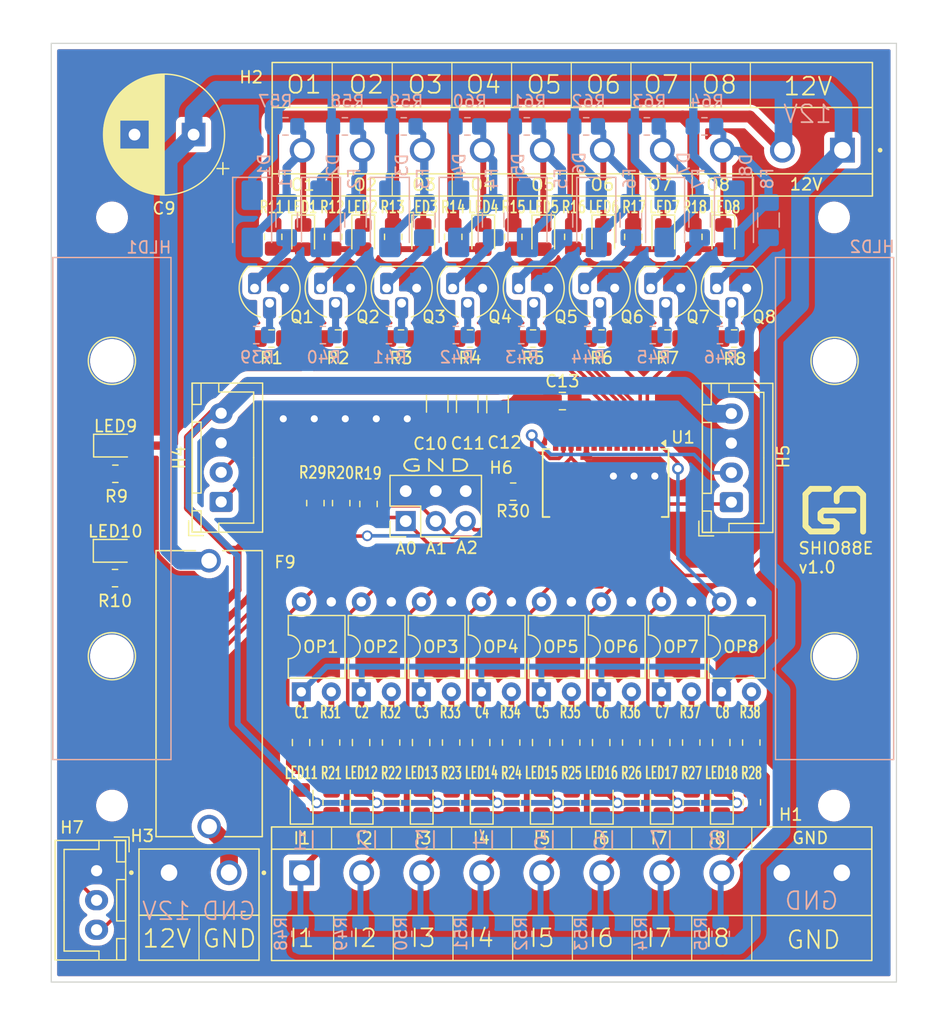
<source format=kicad_pcb>
(kicad_pcb (version 20240108) (generator "pcbnew") (generator_version "8.0")
  (layers (0 "F.Cu" signal) (31 "B.Cu" signal) (34 "B.Paste" user) (35 "F.Paste" user) (36 "B.SilkS" user "B.Silkscreen") (37 "F.SilkS" user "F.Silkscreen") (38 "B.Mask" user) (39 "F.Mask" user) (44 "Edge.Cuts" user))
  (net 0 "")
  (net 1 "Net-(Q1-B)")
  (net 2 "Net-(Q2-B)")
  (net 3 "Net-(H1-Pin_6)")
  (net 4 "Net-(H1-Pin_8)")
  (net 5 "Net-(H1-Pin_7)")
  (net 6 "Net-(H1-Pin_4)")
  (net 7 "Net-(H1-Pin_5)")
  (net 8 "Net-(U1-GPA0)")
  (net 9 "Net-(U1-GPA1)")
  (net 10 "Net-(U1-GPA2)")
  (net 11 "Net-(U1-GPA3)")
  (net 12 "Net-(U1-GPA4)")
  (net 13 "Net-(U1-GPA5)")
  (net 14 "Net-(U1-GPA6)")
  (net 15 "GND")
  (net 16 "Net-(U1-GPA7)")
  (net 17 "Net-(D1-A)")
  (net 18 "Net-(D2-A)")
  (net 19 "Net-(D3-A)")
  (net 20 "Net-(D4-A)")
  (net 21 "Net-(D5-A)")
  (net 22 "Net-(D6-A)")
  (net 23 "Net-(D7-A)")
  (net 24 "Net-(D8-A)")
  (net 25 "Net-(Q1-C)")
  (net 26 "Net-(Q2-C)")
  (net 27 "Net-(Q3-C)")
  (net 28 "Net-(Q4-C)")
  (net 29 "Net-(Q5-C)")
  (net 30 "Net-(Q6-C)")
  (net 31 "Net-(Q7-C)")
  (net 32 "Net-(Q8-C)")
  (net 33 "Net-(Q3-B)")
  (net 34 "Net-(Q4-B)")
  (net 35 "Net-(Q5-B)")
  (net 36 "Net-(Q6-B)")
  (net 37 "Net-(Q7-B)")
  (net 38 "Net-(Q8-B)")
  (net 39 "Net-(LED1-A)")
  (net 40 "Net-(LED2-A)")
  (net 41 "Net-(LED3-A)")
  (net 42 "Net-(LED4-A)")
  (net 43 "Net-(LED5-A)")
  (net 44 "Net-(LED6-A)")
  (net 45 "Net-(LED7-A)")
  (net 46 "Net-(LED8-A)")
  (net 47 "+12V")
  (net 48 "Net-(C1-Pad2)")
  (net 49 "Net-(C2-Pad2)")
  (net 50 "Net-(C3-Pad2)")
  (net 51 "Net-(C4-Pad2)")
  (net 52 "Net-(C5-Pad2)")
  (net 53 "Net-(C6-Pad2)")
  (net 54 "Net-(C7-Pad2)")
  (net 55 "Net-(LED11-K)")
  (net 56 "+3.3V")
  (net 57 "Net-(LED12-K)")
  (net 58 "Net-(LED13-K)")
  (net 59 "Net-(LED14-K)")
  (net 60 "Net-(LED15-K)")
  (net 61 "Net-(LED16-K)")
  (net 62 "Net-(LED17-K)")
  (net 63 "Net-(LED18-K)")
  (net 64 "Net-(H1-Pin_1)")
  (net 65 "Net-(H1-Pin_2)")
  (net 66 "Net-(H1-Pin_3)")
  (net 67 "Net-(U1-GPB7)")
  (net 68 "Net-(U1-GPB6)")
  (net 69 "Net-(C8-Pad2)")
  (net 70 "Net-(U1-GPB5)")
  (net 71 "Net-(U1-GPB4)")
  (net 72 "Net-(U1-GPB3)")
  (net 73 "Net-(U1-GPB2)")
  (net 74 "Net-(U1-GPB1)")
  (net 75 "Net-(U1-GPB0)")
  (net 78 "Net-(U1-~{RESET})")
  (net 79 "Net-(LED9-K)")
  (net 80 "Net-(LED10-K)")
  (net 81 "Net-(H3-Pin_2)")
  (net 82 "Net-(H6-Pin_3)")
  (net 83 "Net-(H6-Pin_2)")
  (net 84 "Net-(H6-Pin_1)")
  (net 85 "Net-(H7-Pin_2)")
  (net 86 "Net-(H4-Pin_2)")
  (net 87 "Net-(H4-Pin_1)")
  (net 88 "Net-(H7-Pin_3)")
  (footprint "Capacitor_SMD:C_1206_3216Metric_Pad1.33x1.80mm_HandSolder" (layer "F.Cu") (at 93.1644 72.2884 90)
    (property "Reference" "C12")
    (property "Value" "C_Small")
  )
  (footprint "Connector_JST:JST_XH_B3B-XH-A_1x03_P2.50mm_Vertical" (layer "F.Cu") (at 59.2328 111.76 -90)
    (property "Reference" "H7")
    (property "Value" "Conn_01x03")
  )
  (footprint "Resistor_SMD:R_0805_2012Metric_Pad1.20x1.40mm_HandSolder" (layer "F.Cu") (at 74.025963 66.7186 180)
    (property "Reference" "R1")
    (property "Value" "R_Small")
  )
  (footprint "Resistor_SMD:R_0805_2012Metric_Pad1.20x1.40mm_HandSolder" (layer "F.Cu") (at 114.6378 100.9103 -90)
    (property "Reference" "R38")
    (property "Value" "R_Small")
  )
  (footprint "Resistor_SMD:R_0805_2012Metric_Pad1.20x1.40mm_HandSolder" (layer "F.Cu") (at 104.656463 58.1061 90)
    (property "Reference" "R17")
    (property "Value" "R_Small")
  )
  (footprint "Capacitor_SMD:C_0805_2012Metric_Pad1.18x1.45mm_HandSolder" (layer "F.Cu") (at 81.6178 100.9103 -90)
    (property "Reference" "C2")
    (property "Value" "C_Small")
  )
  (footprint "Capacitor_SMD:C_0805_2012Metric_Pad1.18x1.45mm_HandSolder" (layer "F.Cu") (at 91.7778 100.9103 -90)
    (property "Reference" "C4")
    (property "Value" "C_Small")
  )
  (footprint "Resistor_SMD:R_0805_2012Metric_Pad1.20x1.40mm_HandSolder" (layer "F.Cu") (at 109.736463 58.1061 90)
    (property "Reference" "R18")
    (property "Value" "R_Small")
  )
  (footprint "Capacitor_SMD:C_0805_2012Metric_Pad1.18x1.45mm_HandSolder" (layer "F.Cu") (at 76.5378 100.9103 -90)
    (property "Reference" "C1")
    (property "Value" "C_Small")
  )
  (footprint "Resistor_SMD:R_0805_2012Metric_Pad1.20x1.40mm_HandSolder" (layer "F.Cu") (at 94.496463 58.1061 90)
    (property "Reference" "R15")
    (property "Value" "R_Small")
  )
  (footprint "Capacitor_SMD:C_0805_2012Metric_Pad1.18x1.45mm_HandSolder" (layer "F.Cu") (at 96.8578 100.9103 -90)
    (property "Reference" "C5")
    (property "Value" "C_Small")
  )
  (footprint "Capacitor_THT:CP_Radial_D10.0mm_P5.00mm" (layer "F.Cu") (at 67.442477 49.4538 180)
    (property "Reference" "C9")
    (property "Value" "C_Polarized_Small")
  )
  (footprint "Package_TO_SOT_THT:TO-92_HandSolder" (layer "F.Cu") (at 108.669663 62.4514 180)
    (property "Reference" "Q7")
    (property "Value" "2N3904")
  )
  (footprint "Resistor_SMD:R_0805_2012Metric_Pad1.20x1.40mm_HandSolder" (layer "F.Cu") (at 114.6861 105.972 90)
    (property "Reference" "R28")
    (property "Value" "R_Small")
  )
  (footprint "Connector_PinHeader_2.54mm:PinHeader_2x03_P2.54mm_Vertical" (layer "F.Cu") (at 85.3948 82.169 90)
    (property "Reference" "H6")
    (property "Value" "Conn_02x03_Top_Bottom")
  )
  (footprint "LED_SMD:LED_0805_2012Metric_Pad1.15x1.40mm_HandSolder" (layer "F.Cu") (at 76.716463 58.1261 -90)
    (property "Reference" "LED1")
    (property "Value" "LED_Small")
  )
  (footprint "Resistor_SMD:R_0805_2012Metric_Pad1.20x1.40mm_HandSolder" (layer "F.Cu") (at 109.6061 105.972 90)
    (property "Reference" "R27")
    (property "Value" "R_Small")
  )
  (footprint "Resistor_SMD:R_0805_2012Metric_Pad1.20x1.40mm_HandSolder" (layer "F.Cu") (at 94.3661 105.972 90)
    (property "Reference" "R24")
    (property "Value" "R_Small")
  )
  (footprint "extras:PC817_custom" (layer "F.Cu") (at 112.1156 96.6216 90)
    (property "Reference" "OP8")
    (property "Value" "PC817")
  )
  (footprint "extras:MSTB 2,5-10-G-5,08_custom" (layer "F.Cu") (at 124.8918 40.7746 180)
    (property "Reference" "H2")
    (property "Value" "Screw_Terminal_01x10")
  )
  (footprint "LED_SMD:LED_0805_2012Metric_Pad1.15x1.40mm_HandSolder" (layer "F.Cu") (at 76.5861 105.952 90)
    (property "Reference" "LED11")
    (property "Value" "LED_Small")
  )
  (footprint "LED_SMD:LED_0805_2012Metric_Pad1.15x1.40mm_HandSolder" (layer "F.Cu") (at 97.036463 58.1261 -90)
    (property "Reference" "LED5")
    (property "Value" "LED_Small")
  )
  (footprint "MountingHole:MountingHole_2.2mm_M2" (layer "F.Cu") (at 121.6406 106.2482)
    (property "Reference" "REF**" (hide yes))
    (property "Value" "MountingHole_2.2mm_M2")
  )
  (footprint "LED_SMD:LED_0805_2012Metric_Pad1.15x1.40mm_HandSolder" (layer "F.Cu") (at 60.8166 84.6838)
    (property "Reference" "LED10")
    (property "Value" "LED_Small")
  )
  (footprint "Package_SO:SSOP-28_5.3x10.2mm_P0.65mm" (layer "F.Cu") (at 102.3112 78.9432 -90)
    (property "Reference" "U1")
    (property "Value" "MCP23017_SS")
  )
  (footprint "Resistor_SMD:R_0805_2012Metric_Pad1.20x1.40mm_HandSolder" (layer "F.Cu") (at 99.4461 105.972 90)
    (property "Reference" "R25")
    (property "Value" "R_Small")
  )
  (footprint "Resistor_SMD:R_0805_2012Metric_Pad1.20x1.40mm_HandSolder" (layer "F.Cu") (at 99.576463 58.1061 90)
    (property "Reference" "R16")
    (property "Value" "R_Small")
  )
  (footprint "Connector_JST:JST_XH_B4B-XH-A_1x04_P2.50mm_Vertical" (layer "F.Cu") (at 112.9538 80.5688 90)
    (property "Reference" "H5")
    (property "Value" "Conn_01x04")
  )
  (footprint "LED_SMD:LED_0805_2012Metric_Pad1.15x1.40mm_HandSolder" (layer "F.Cu") (at 86.7461 105.952 90)
    (property "Reference" "LED13")
    (property "Value" "LED_Small")
  )
  (footprint "LED_SMD:LED_0805_2012Metric_Pad1.15x1.40mm_HandSolder" (layer "F.Cu") (at 81.6661 105.952 90)
    (property "Reference" "LED12")
    (property "Value" "LED_Small")
  )
  (footprint "extras:PC817_custom" (layer "F.Cu") (at 96.8756 96.6216 90)
    (property "Reference" "OP5")
    (property "Value" "PC817")
  )
  (footprint "MountingEquipment:DINRailAdapter_3xM3_PhoenixContact_1201578" (layer "F.Cu") (at 60.5282 81.1054 90)
    (property "Reference" "HLD1")
    (property "Value" "DINRailAdapter_3xM3_PhoenixContact_1201578")
  )
  (footprint "LED_SMD:LED_0805_2012Metric_Pad1.15x1.40mm_HandSolder" (layer "F.Cu") (at 96.9061 105.952 90)
    (property "Reference" "LED15")
    (property "Value" "LED_Small")
  )
  (footprint "Resistor_SMD:R_0805_2012Metric_Pad1.20x1.40mm_HandSolder" (layer "F.Cu") (at 74.176463 58.1061 90)
    (property "Reference" "R11")
    (property "Value" "R_Small")
  )
  (footprint "LED_SMD:LED_0805_2012Metric_Pad1.15x1.40mm_HandSolder" (layer "F.Cu") (at 86.876463 58.1261 -90)
    (property "Reference" "LED3")
    (property "Value" "LED_Small")
  )
  (footprint "Resistor_SMD:R_0805_2012Metric_Pad1.20x1.40mm_HandSolder" (layer "F.Cu") (at 82.2452 80.7212 90)
    (property "Reference" "R19")
    (property "Value" "R_Small")
  )
  (footprint "LED_SMD:LED_0805_2012Metric_Pad1.15x1.40mm_HandSolder" (layer "F.Cu") (at 91.956463 58.1261 -90)
    (property "Reference" "LED4")
    (property "Value" "LED_Small")
  )
  (footprint "Resistor_SMD:R_0805_2012Metric_Pad1.20x1.40mm_HandSolder" (layer "F.Cu") (at 84.994963 66.7186 180)
    (property "Reference" "R3")
    (property "Value" "R_Small")
  )
  (footprint "extras:PC817_custom" (layer "F.Cu") (at 76.5556 96.6216 90)
    (property "Reference" "OP1")
    (property "Value" "PC817")
  )
  (footprint "MountingHole:MountingHole_2.2mm_M2" (layer "F.Cu") (at 60.5402 106.2482)
    (property "Reference" "REF**" (hide yes))
    (property "Value" "MountingHole_2.2mm_M2")
  )
  (footprint "extras:PC817_custom" (layer "F.Cu") (at 86.7156 96.6216 90)
    (property "Reference" "OP3")
    (property "Value" "PC817")
  )
  (footprint "Resistor_SMD:R_0805_2012Metric_Pad1.20x1.40mm_HandSolder" (layer "F.Cu") (at 77.7494 80.645 90)
    (property "Reference" "R29")
    (property "Value" "R_Small")
  )
  (footprint "Capacitor_SMD:C_0805_2012Metric_Pad1.18x1.45mm_HandSolder" (layer "F.Cu") (at 101.9378 100.9103 -90)
    (property "Reference" "C6")
    (property "Value" "C_Small")
  )
  (footprint "Resistor_SMD:R_0805_2012Metric_Pad1.20x1.40mm_HandSolder" (layer "F.Cu") (at 79.660963 66.7186 180)
    (property "Reference" "R2")
    (property "Value" "R_Small")
  )
  (footprint "Package_TO_SOT_THT:TO-92_HandSolder" (layer "F.Cu") (at 91.905663 62.4514 180)
    (property "Reference" "Q4")
    (property "Value" "2N3904")
  )
  (footprint "Resistor_SMD:R_0805_2012Metric_Pad1.20x1.40mm_HandSolder" (layer "F.Cu") (at 96.170963 66.7186 180)
    (property "Reference" "R5")
    (property "Value" "R_Small")
  )
  (footprint "LED_SMD:LED_0805_2012Metric_Pad1.15x1.40mm_HandSolder" (layer "F.Cu") (at 102.116463 58.1261 -90)
    (property "Reference" "LED6")
    (property "Value" "LED_Small")
  )
  (footprint "Resistor_SMD:R_0805_2012Metric_Pad1.20x1.40mm_HandSolder" (layer "F.Cu") (at 60.7941 86.9952)
    (property "Reference" "R10")
    (property "Value" "R_Small")
  )
  (footprint "Package_TO_SOT_THT:TO-92_HandSolder" (layer "F.Cu") (at 114.257663 62.4514 180)
    (property "Reference" "Q8")
    (property "Value" "2N3904")
  )
  (footprint "Resistor_SMD:R_0805_2012Metric_Pad1.20x1.40mm_HandSolder" (layer "F.Cu") (at 104.4778 100.9103 -90)
    (property "Reference" "R36")
    (property "Value" "R_Small")
  )
  (footprint "Package_TO_SOT_THT:TO-92_HandSolder" (layer "F.Cu") (at 80.729663 62.4514 180)
    (property "Reference" "Q2")
    (property "Value" "2N3904")
  )
  (footprint "LED_SMD:LED_0805_2012Metric_Pad1.15x1.40mm_HandSolder" (layer "F.Cu") (at 101.9861 105.952 90)
    (property "Reference" "LED16")
    (property "Value" "LED_Small")
  )
  (footprint "Resistor_SMD:R_0805_2012Metric_Pad1.20x1.40mm_HandSolder" (layer "F.Cu") (at 104.5261 105.972 90)
    (property "Reference" "R26")
    (property "Value" "R_Small")
  )
  (footprint "LED_SMD:LED_0805_2012Metric_Pad1.15x1.40mm_HandSolder" (layer "F.Cu") (at 112.276463 58.1261 -90)
    (property "Reference" "LED8")
    (property "Value" "LED_Small")
  )
  (footprint "Resistor_SMD:R_0805_2012Metric_Pad1.20x1.40mm_HandSolder" (layer "F.Cu") (at 79.1261 105.972 90)
    (property "Reference" "R21")
    (property "Value" "R_Small")
  )
  (footprint "Resistor_SMD:R_0805_2012Metric_Pad1.20x1.40mm_HandSolder" (layer "F.Cu") (at 79.256463 58.1061 90)
    (property "Reference" "R12")
    (property "Value" "R_Small")
  )
  (footprint "Resistor_SMD:R_0805_2012Metric_Pad1.20x1.40mm_HandSolder" (layer "F.Cu") (at 89.2861 105.972 90)
    (property "Reference" "R23")
    (property "Value" "R_Small")
  )
  (footprint "Capacitor_SMD:C_1206_3216Metric_Pad1.33x1.80mm_HandSolder" (layer "F.Cu") (at 90.6018 72.263 90)
    (property "Reference" "C11")
    (property "Value" "C_Small")
  )
  (footprint "MountingEquipment:DINRailAdapter_3xM3_PhoenixContact_1201578" (layer "F.Cu") (at 121.6914 81.1054 90)
    (property "Reference" "HLD2")
    (property "Value" "DINRailAdapter_3xM3_PhoenixContact_1201578")
  )
  (footprint "Resistor_SMD:R_0805_2012Metric_Pad1.20x1.40mm_HandSolder" (layer "F.Cu") (at 84.2061 105.972 90)
    (property "Reference" "R22")
    (property "Value" "R_Small")
  )
  (footprint "MountingHole:MountingHole_2.2mm_M2" (layer "F.Cu") (at 121.6406 56.4642)
    (property "Reference" "REF**" (hide yes))
    (property "Value" "MountingHole_2.2mm_M2")
  )
  (footprint "LED_SMD:LED_0805_2012Metric_Pad1.15x1.40mm_HandSolder" (layer "F.Cu") (at 107.196463 58.1261 -90)
    (property "Reference" "LED7")
    (property "Value" "LED_Small")
  )
  (footprint "extras:PC817_custom" (layer "F.Cu") (at 91.7956 96.6216 90)
    (property "Reference" "OP4")
    (property "Value" "PC817")
  )
  (footprint "Resistor_SMD:R_0805_2012Metric_Pad1.20x1.40mm_HandSolder" (layer "F.Cu") (at 109.5578 100.9103 -90)
    (property "Reference" "R37")
    (property "Value" "R_Small")
  )
  (footprint "Resistor_SMD:R_0805_2012Metric_Pad1.20x1.40mm_HandSolder" (layer "F.Cu") (at 101.965963 66.7186 180)
    (property "Reference" "R6")
    (property "Value" "R_Small")
  )
  (footprint "Resistor_SMD:R_0805_2012Metric_Pad1.20x1.40mm_HandSolder" (layer "F.Cu") (at 89.416463 58.1061 90)
    (property "Reference" "R14")
    (property "Value" "R_Small")
  )
  (footprint "Resistor_SMD:R_0805_2012Metric_Pad1.20x1.40mm_HandSolder" (layer "F.Cu") (at 84.336463 58.1061 90)
    (property "Reference" "R13")
    (property "Value" "R_Small")
  )
  (footprint "Resistor_SMD:R_0805_2012Metric_Pad1.20x1.40mm_HandSolder" (layer "F.Cu") (at 107.552063 66.7186 180)
    (property "Reference" "R7")
    (property "Value" "R_Small")
  )
  (footprint "extras:MSTB 2,5-2-G-5,08" (layer "F.Cu") (at 62.8223 121.9256)
    (property "Reference" "H3")
    (property "Value" "Screw_Terminal_01x02")
  )
  (footprint "Resistor_SMD:R_0805_2012Metric_Pad1.20x1.40mm_HandSolder" (layer "F.Cu") (at 84.1578 100.9103 -90)
    (property "Reference" "R32")
    (property "Value" "R_Small")
  )
  (footprint "Resistor_SMD:R_0805_2012Metric_Pad1.20x1.40mm_HandSolder" (layer "F.Cu") (at 94.3178 100.9103 -90)
    (property "Reference" "R34")
    (property "Value" "R_Small")
  )
  (footprint "Resistor_SMD:R_0805_2012Metric_Pad1.20x1.40mm_HandSolder" (layer "F.Cu") (at 90.836963 66.7186 180)
    (property "Reference" "R4")
    (property "Value" "R_Small")
  )
  (footprint "LED_SMD:LED_0805_2012Metric_Pad1.15x1.40mm_HandSolder" (layer "F.Cu") (at 60.842 75.7782)
    (property "Reference" "LED9")
    (property "Value" "LED_Small")
  )
  (footprint "Capacitor_SMD:C_0805_2012Metric_Pad1.18x1.45mm_HandSolder" (layer "F.Cu") (at 86.6978 100.9103 -90)
    (property "Reference" "C3")
    (property "Value" "C_Small")
  )
  (footprint "LED_SMD:LED_0805_2012Metric_Pad1.15x1.40mm_HandSolder" (layer "F.Cu") (at 91.8261 105.952 90)
    (property "Reference" "LED14")
    (property "Value" "LED_Small")
  )
  (footprint "Resistor_SMD:R_0805_2012Metric_Pad1.20x1.40mm_HandSolder" (layer "F.Cu") (at 60.8195 78.1658)
    (property "Reference" "R9")
    (property "Value" "R_Small")
  )
  (footprint "LED_SMD:LED_0805_2012Metric_Pad1.15x1.40mm_HandSolder" (layer "F.Cu") (at 81.796463 58.1261 -90)
    (property "Reference" "LED2")
    (property "Value" "LED_Small")
  )
  (footprint "Package_TO_SOT_THT:TO-92_HandSolder" (layer "F.Cu") (at 97.493663 62.4514 180)
    (property "Reference" "Q5")
    (property "Value" "2N3904")
  )
  (footprint "extras:PC817_custom" (layer "F.Cu") (at 101.9556 96.6216 90)
    (property "Reference" "OP6")
    (property "Value" "PC817")
  )
  (footprint "extras:MSTB 2,5-10-G-5,08_custom" (layer "F.Cu") (at 74.041 121.9378)
    (property "Reference" "H1")
    (property "Value" "Screw_Terminal_01x10")
  )
  (footprint "Resistor_SMD:R_0805_2012Metric_Pad1.20x1.40mm_HandSolder" (layer "F.Cu") (at 99.3978 100.9103 -90)
    (property "Reference" "R35")
    (property "Value" "R_Small")
  )
  (footprint "extras:FUSE_holder" (layer "F.Cu") (at 68.7578 96.774 90)
    (property "Reference" "F9")
    (property "Value" "Fuse_Small")
  )
  (footprint "Connector_JST:JST_XH_B4B-XH-A_1x04_P2.50mm_Vertical" (layer "F.Cu") (at 69.7738 80.5434 90)
    (property "Reference" "H4")
    (property "Value" "Conn_01x04")
  )
  (footprint "Resistor_SMD:R_0805_2012Metric_Pad1.20x1.40mm_HandSolder" (layer "F.Cu") (at 113.190863 66.7186 180)
    (property "Reference" "R8")
    (property "Value" "R_Small")
  )
  (footprint "LED_SMD:LED_0805_2012Metric_Pad1.15x1.40mm_HandSolder" (layer "F.Cu") (at 107.0661 105.952 90)
    (property "Reference" "LED17")
    (property "Value" "LED_Small")
  )
  (footprint "extras:PC817_custom" (layer "F.Cu") (at 81.6356 96.6216 90)
    (property "Reference" "OP2")
    (property "Value" "PC817")
  )
  (footprint "Package_TO_SOT_THT:TO-92_HandSolder" (layer "F.Cu") (at 75.141663 62.4514 180)
    (property "Reference" "Q1")
    (property "Value" "2N3904")
  )
  (footprint "MountingHole:MountingHole_2.2mm_M2" (layer "F.Cu") (at 60.5402 56.4642)
    (property "Reference" "REF**" (hide yes))
    (property "Value" "MountingHole_2.2mm_M2")
  )
  (footprint "extras:PC817_custom" (layer "F.Cu") (at 107.0356 96.6216 90)
    (property "Reference" "OP7")
    (property "Value" "PC817")
  )
  (footprint "Capacitor_SMD:C_0805_2012Metric_Pad1.18x1.45mm_HandSolder" (layer "F.Cu") (at 107.0178 100.9103 -90)
    (property "Reference" "C7")
    (property "Value" "C_Small")
  )
  (footprint "Package_TO_SOT_THT:TO-92_HandSolder" (layer "F.Cu") (at 86.317663 62.4514 180)
    (property "Reference" "Q3")
    (property "Value" "2N3904")
  )
  (footprint "Capacitor_SMD:C_1206_3216Metric_Pad1.33x1.80mm_HandSolder" (layer "F.Cu") (at 88.0618 72.2376 90)
    (property "Reference" "C10")
    (property "Value" "C_Small")
  )
  (footprint "LED_SMD:LED_0805_2012Metric_Pad1.15x1.40mm_HandSolder" (layer "F.Cu") (at 112.1461 105.952 90)
    (property "Reference" "LED18")
    (property "Value" "LED_Small")
  )
  (footprint "Capacitor_SMD:C_0805_2012Metric_Pad1.18x1.45mm_HandSolder" (layer "F.Cu") (at 112.0978 100.9103 -90)
    (property "Reference" "C8")
    (property "Value" "C_Small")
  )
  (footprint "Package_TO_SOT_THT:TO-92_HandSolder" (layer "F.Cu") (at 103.081663 62.4514 180)
    (property "Reference" "Q6")
    (property "Value" "2N3904")
  )
  (footprint "Capacitor_SMD:C_0805_2012Metric_Pad1.18x1.45mm_HandSolder" (layer "F.Cu") (at 98.6536 72.009)
    (property "Reference" "C13")
    (property "Value" "C_Small")
  )
  (footprint "Resistor_SMD:R_0805_2012Metric_Pad1.20x1.40mm_HandSolder" (layer "F.Cu") (at 79.0778 100.9103 -90)
    (property "Reference" "R31")
    (property "Value" "R_Small")
  )
  (footprint "Resistor_SMD:R_0805_2012Metric_Pad1.20x1.40mm_HandSolder" (layer "F.Cu") (at 94.488 79.6798 180)
    (property "Reference" "R30")
    (property "Value" "R_Small")
  )
  (footprint "Resistor_SMD:R_0805_2012Metric_Pad1.20x1.40mm_HandSolder" (layer "F.Cu") (at 79.9338 80.645 90)
    (property "Reference" "R20")
    (property "Value" "R_Small")
  )
  (footprint "Resistor_SMD:R_0805_2012Metric_Pad1.20x1.40mm_HandSolder" (layer "F.Cu") (at 89.2378 100.9103 -90)
    (property "Reference" "R33")
    (property "Value" "R_Small")
  )
  (footprint "Fuse:Fuse_1206_3216Metric_Pad1.42x1.75mm_HandSolder" (layer "B.Cu") (at 81.144529 56.6856 -90)
    (property "Reference" "F2")
    (property "Value" "Polyfuse")
  )
  (footprint "Resistor_SMD:R_0805_2012Metric_Pad1.20x1.40mm_HandSolder" (layer "B.Cu") (at 100.7618 66.421 180)
    (property "Reference" "R44")
    (property "Value" "R_Small")
  )
  (footprint "Resistor_SMD:R_0805_2012Metric_Pad1.20x1.40mm_HandSolder" (layer "B.Cu") (at 91.727 117.11 -90)
    (property "Reference" "R51")
    (property "Value" "R_Small")
  )
  (footprint "Resistor_SMD:R_0805_2012Metric_Pad1.20x1.40mm_HandSolder" (layer "B.Cu") (at 106.299 66.421 180)
    (property "Reference" "R45")
    (property "Value" "R_Small")
  )
  (footprint "Resistor_SMD:R_0805_2012Metric_Pad1.20x1.40mm_HandSolder" (layer "B.Cu") (at 81.567 117.11 -90)
    (property "Reference" "R49")
    (property "Value" "R_Small")
  )
  (footprint "Diode_SMD:D_SMA" (layer "B.Cu") (at 84.0486 56.5846 -90)
    (property "Reference" "D3")
    (property "Value" "S1M")
  )
  (footprint "Fuse:Fuse_1206_3216Metric_Pad1.42x1.75mm_HandSolder" (layer "B.Cu") (at 98.619727 56.6856 -90)
    (property "Reference" "F5")
    (property "Value" "Polyfuse")
  )
  (footprint "Resistor_SMD:R_0805_2012Metric_Pad1.20x1.40mm_HandSolder" (layer "B.Cu") (at 96.807 117.11 -90)
    (property "Reference" "R52")
    (property "Value" "R_Small")
  )
  (footprint "Resistor_SMD:R_0805_2012Metric_Pad1.20x1.40mm_HandSolder" (layer "B.Cu") (at 75.217863 48.7608 180)
    (property "Reference" "R57")
    (property "Value" "R_Small")
  )
  (footprint "Resistor_SMD:R_0805_2012Metric_Pad1.20x1.40mm_HandSolder" (layer "B.Cu") (at 72.7456 66.421 180)
    (property "Reference" "R39")
    (property "Value" "R_Small")
  )
  (footprint "Diode_SMD:D_SMA" (layer "B.Cu") (at 95.698732 56.5846 -90)
    (property "Reference" "D5")
    (property "Value" "S1M")
  )
  (footprint "Resistor_SMD:R_0805_2012Metric_Pad1.20x1.40mm_HandSolder" (layer "B.Cu") (at 95.1738 66.421 180)
    (property "Reference" "R43")
    (property "Value" "R_Small")
  )
  (footprint "Fuse:Fuse_1206_3216Metric_Pad1.42x1.75mm_HandSolder" (layer "B.Cu") (at 110.269859 56.6856 -90)
    (property "Reference" "F7")
    (property "Value" "Polyfuse")
  )
  (footprint "Diode_SMD:D_SMA" (layer "B.Cu") (at 78.223534 56.5846 -90)
    (property "Reference" "D2")
    (property "Value" "S1M")
  )
  (footprint "Resistor_SMD:R_0805_2012Metric_Pad1.20x1.40mm_HandSolder" (layer "B.Cu") (at 85.225463 48.7608 180)
    (property "Reference" "R59")
    (property "Value" "R_Small")
  )
  (footprint "Fuse:Fuse_1206_3216Metric_Pad1.42x1.75mm_HandSolder" (layer "B.Cu") (at 75.319463 56.6856 -90)
    (property "Reference" "F1")
    (property "Value" "Polyfuse")
  )
  (footprint "Resistor_SMD:R_0805_2012Metric_Pad1.20x1.40mm_HandSolder" (layer "B.Cu") (at 80.247063 48.7608 180)
    (property "Reference" "R58")
    (property "Value" "R_Small")
  )
  (footprint "Resistor_SMD:R_0805_2012Metric_Pad1.20x1.40mm_HandSolder" (layer "B.Cu") (at 111.9886 66.421 180)
    (property "Reference" "R46")
    (property "Value" "R_Small")
  )
  (footprint "Fuse:Fuse_1206_3216Metric_Pad1.42x1.75mm_HandSolder" (layer "B.Cu") (at 86.969595 56.6856 -90)
    (property "Reference" "F3")
    (property "Value" "Polyfuse")
  )
  (footprint "Resistor_SMD:R_0805_2012Metric_Pad1.20x1.40mm_HandSolder" (layer "B.Cu") (at 112.047 117.11 -90)
    (property "Reference" "R55")
    (property "Value" "R_Small")
  )
  (footprint "Diode_SMD:D_SMA" (layer "B.Cu") (at 72.398468 56.5846 -90)
    (property "Reference" "D1")
    (property "Value" "S1M")
  )
  (footprint "Fuse:Fuse_1206_3216Metric_Pad1.42x1.75mm_HandSolder" (layer "B.Cu") (at 104.444793 56.6856 -90)
    (property "Reference" "F6")
    (property "Value" "Polyfuse")
  )
  (footprint "Diode_SMD:D_SMA" (layer "B.Cu") (at 101.523798 56.5846 -90)
    (property "Reference" "D6")
    (property "Value" "S1M")
  )
  (footprint "Diode_SMD:D_SMA" (layer "B.Cu") (at 113.17393 56.5846 -90)
    (property "Reference" "D8")
    (property "Value" "S1M")
  )
  (footprint "Resistor_SMD:R_0805_2012Metric_Pad1.20x1.40mm_HandSolder" (layer "B.Cu") (at 105.799463 48.7608 180)
    (property "Reference" "R63")
    (property "Value" "R_Small")
  )
  (footprint "Resistor_SMD:R_0805_2012Metric_Pad1.20x1.40mm_HandSolder" (layer "B.Cu") (at 90.610263 48.7608 180)
    (property "Reference" "R60")
    (property "Value" "R_Small")
  )
  (footprint "Resistor_SMD:R_0805_2012Metric_Pad1.20x1.40mm_HandSolder" (layer "B.Cu") (at 101.887 117.11 -90)
    (property "Reference" "R53")
    (property "Value" "R_Small")
  )
  (footprint "Resistor_SMD:R_0805_2012Metric_Pad1.20x1.40mm_HandSolder" (layer "B.Cu") (at 78.3844 66.421 180)
    (property "Reference" "R40")
    (property "Value" "R_Small")
  )
  (footprint "Diode_SMD:D_SMA" (layer "B.Cu") (at 89.873666 56.5846 -90)
    (property "Reference" "D4")
    (property "Value" "S1M")
  )
  (footprint "Resistor_SMD:R_0805_2012Metric_Pad1.20x1.40mm_HandSolder" (layer "B.Cu") (at 76.487 117.11 -90)
    (property "Reference" "R48")
    (property "Value" "R_Small")
  )
  (footprint "Fuse:Fuse_1206_3216Metric_Pad1.42x1.75mm_HandSolder" (layer "B.Cu") (at 92.794661 56.6856 -90)
    (property "Reference" "F4")
    (property "Value" "Polyfuse")
  )
  (footprint "Resistor_SMD:R_0805_2012Metric_Pad1.20x1.40mm_HandSolder" (layer "B.Cu") (at 83.9724 66.421 180)
    (property "Reference" "R41")
    (property "Value" "R_Small")
  )
  (footprint "Resistor_SMD:R_0805_2012Metric_Pad1.20x1.40mm_HandSolder" (layer "B.Cu") (at 89.6366 66.421 180)
    (property "Reference" "R42")
    (property "Value" "R_Small")
  )
  (footprint "Resistor_SMD:R_0805_2012Metric_Pad1.20x1.40mm_HandSolder" (layer "B.Cu") (at 100.668663 48.7608 180)
    (property "Reference" "R62")
    (property "Value" "R_Small")
  )
  (footprint "Resistor_SMD:R_0805_2012Metric_Pad1.20x1.40mm_HandSolder" (layer "B.Cu") (at 110.676263 48.7608 180)
    (property "Reference" "R64")
    (property "Value" "R_Small")
  )
  (footprint "Resistor_SMD:R_0805_2012Metric_Pad1.20x1.40mm_HandSolder" (layer "B.Cu") (at 95.639463 48.7608 180)
    (property "Reference" "R61")
    (property "Value" "R_Small")
  )
  (footprint "Resistor_SMD:R_0805_2012Metric_Pad1.20x1.40mm_HandSolder" (layer "B.Cu") (at 86.647 117.11 -90)
    (property "Reference" "R50")
    (property "Value" "R_Small")
  )
  (footprint "Resistor_SMD:R_0805_2012Metric_Pad1.20x1.40mm_HandSolder" (layer "B.Cu") (at 106.967 117.11 -90)
    (property "Reference" "R54")
    (property "Value" "R_Small")
  )
  (footprint "Diode_SMD:D_SMA" (layer "B.Cu") (at 107.348864 56.5846 -90)
    (property "Reference" "D7")
    (property "Value" "S1M")
  )
  (footprint "Fuse:Fuse_1206_3216Metric_Pad1.42x1.75mm_HandSolder" (layer "B.Cu") (at 116.094925 56.6856 -90)
    (property "Reference" "F8")
    (property "Value" "Polyfuse")
  )
  (gr_line (start 123.2916 81.28) (end 120.7516 81.28) (stroke (width 0.5)) (layer "F.SilkS"))
  (gr_line (start 121.2088 79.4385) (end 119.6848 79.4385) (stroke (width 0.5)) (layer "F.SilkS"))
  (gr_line (start 124.1044 79.96555) (end 124.1044 83.058) (stroke (width 0.5)) (layer "F.SilkS"))
  (gr_line (start 119.2276 82.5881) (end 119.6848 83.0453) (stroke (width 0.5)) (layer "F.SilkS"))
  (gr_line (start 120.4976 81.534) (end 120.4976 81.9658) (stroke (width 0.5)) (layer "F.SilkS"))
  (gr_line (start 123.6472 79.4766) (end 124.1044 79.9338) (stroke (width 0.5)) (layer "F.SilkS"))
  (gr_line (start 119.2276 79.8957) (end 119.2276 82.5881) (stroke (width 0.5)) (layer "F.SilkS"))
  (gr_line (start 120.7516 81.28) (end 120.4976 81.4959) (stroke (width 0.5)) (layer "F.SilkS"))
  (gr_line (start 121.6152 82.1817) (end 120.7516 82.1817) (stroke (width 0.5)) (layer "F.SilkS"))
  (gr_line (start 121.8692 82.8294) (end 121.6152 83.0453) (stroke (width 0.5)) (layer "F.SilkS"))
  (gr_line (start 122.3264 79.4639) (end 121.8692 79.9211) (stroke (width 0.5)) (layer "F.SilkS"))
  (gr_line (start 121.6152 82.1817) (end 121.8692 82.3976) (stroke (width 0.5)) (layer "F.SilkS"))
  (gr_line (start 123.5964 79.4385) (end 122.3772 79.4385) (stroke (width 0.5)) (layer "F.SilkS"))
  (gr_line (start 120.4976 81.9658) (end 120.7516 82.1817) (stroke (width 0.5)) (layer "F.SilkS"))
  (gr_line (start 121.8692 79.9211) (end 121.8692 80.4799) (stroke (width 0.5)) (layer "F.SilkS"))
  (gr_line (start 123.603467 79.440214) (end 124.060667 79.897414) (stroke (width 0.5)) (layer "F.SilkS"))
  (gr_line (start 121.8692 82.3976) (end 121.8692 82.804) (stroke (width 0.5)) (layer "F.SilkS"))
  (gr_line (start 121.6152 83.0453) (end 119.6594 83.0453) (stroke (width 0.5)) (layer "F.SilkS"))
  (gr_line (start 119.6848 79.4385) (end 119.2276 79.8957) (stroke (width 0.5)) (layer "F.SilkS"))
  (gr_line (start 55.396 121.1834) (end 55.396 41.7322) (stroke (width 0.1)) (layer "Edge.Cuts"))
  (gr_line (start 126.9252 121.1848) (end 55.3974 121.1848) (stroke (width 0.1)) (layer "Edge.Cuts"))
  (gr_line (start 126.9252 41.7322) (end 126.9252 121.1834) (stroke (width 0.1)) (layer "Edge.Cuts"))
  (gr_line (start 55.3974 41.7308) (end 126.9238 41.7308) (stroke (width 0.1)) (layer "Edge.Cuts"))
  (gr_text "GND" (at 68.0466 116.0526 0) (layer "B.SilkS") (effects (font (size 1.5 1.5)) (justify right bottom mirror)))
  (gr_text "I2" (at 83.2612 110.0836 0) (layer "B.SilkS") (effects (font (size 1.5 1.5)) (justify left bottom mirror)))
  (gr_text "I3" (at 88.2396 110.0836 0) (layer "B.SilkS") (effects (font (size 1.5 1.5)) (justify left bottom mirror)))
  (gr_text "I8" (at 113.1316 110.0836 0) (layer "B.SilkS") (effects (font (size 1.5 1.5)) (justify left bottom mirror)))
  (gr_text "I7" (at 108.204 110.0836 0) (layer "B.SilkS") (effects (font (size 1.5 1.5)) (justify left bottom mirror)))
  (gr_text "12V" (at 62.9666 116.0526 0) (layer "B.SilkS") (effects (font (size 1.5 1.5)) (justify right bottom mirror)))
  (gr_text "I5" (at 98.298 110.0836 0) (layer "B.SilkS") (effects (font (size 1.5 1.5)) (justify left bottom mirror)))
  (gr_text "GND" (at 122.1232 115.189 0) (layer "B.SilkS") (effects (font (size 1.5 1.5)) (justify left bottom mirror)))
  (gr_text "I1" (at 77.978 110.0836 0) (layer "B.SilkS") (effects (font (size 1.5 1.5)) (justify left bottom mirror)))
  (gr_text "I4" (at 93.1672 110.0836 0) (layer "B.SilkS") (effects (font (size 1.5 1.5)) (justify left bottom mirror)))
  (gr_text "12V" (at 121.5644 48.5902 -0) (layer "B.SilkS") (effects (font (size 1.5 1.5)) (justify left bottom mirror)))
  (gr_text "I6" (at 103.3272 110.0836 0) (layer "B.SilkS") (effects (font (size 1.5 1.5)) (justify left bottom mirror)))
  (gr_text "O3" (at 85.852 54.2798 0) (layer "F.SilkS") (effects (font (size 1 1)) (justify left bottom)))
  (gr_text "O7" (at 105.8164 54.2798 0) (layer "F.SilkS") (effects (font (size 1 1)) (justify left bottom)))
  (gr_text "I4" (at 90.9828 109.601 0) (layer "F.SilkS") (effects (font (size 1 1)) (justify left bottom)))
  (gr_text "I3" (at 85.6996 118.3386 0) (layer "F.SilkS") (effects (font (size 1.5 1.5)) (justify left bottom)))
  (gr_text "I1" (at 75.7936 109.601 0) (layer "F.SilkS") (effects (font (size 1 1)) (justify left bottom)))
  (gr_text "GND" (at 84.7852 78.0542 -0) (layer "F.SilkS") (effects (font (size 1 2)) (justify left bottom)))
  (gr_text "O2" (at 80.8736 54.2798 0) (layer "F.SilkS") (effects (font (size 1 1)) (justify left bottom)))
  (gr_text "I8" (at 110.5916 118.3386 0) (layer "F.SilkS") (effects (font (size 1.5 1.5)) (justify left bottom)))
  (gr_text "I6" (at 100.7872 118.3386 0) (layer "F.SilkS") (effects (font (size 1.5 1.5)) (justify left bottom)))
  (gr_text "GND" (at 68.0974 118.3894 0) (layer "F.SilkS") (effects (font (size 1.5 1.5)) (justify left bottom)))
  (gr_text "O5" (at 95.504 46.101 0) (layer "F.SilkS") (effects (font (size 1.5 1.5)) (justify left bottom)))
  (gr_text "GND" (at 117.5258 118.491 0) (layer "F.SilkS") (effects (font (size 1.5 1.5)) (justify left bottom)))
  (gr_text "O2" (at 80.4672 46.101 0) (layer "F.SilkS") (effects (font (size 1.5 1.5)) (justify left bottom)))
  (gr_text "I3" (at 86.0552 109.601 0) (layer "F.SilkS") (effects (font (size 1 1)) (justify left bottom)))
  (gr_text "O6" (at 100.9396 54.2798 0) (layer "F.SilkS") (effects (font (size 1 1)) (justify left bottom)))
  (gr_text "O4" (at 90.3732 46.101 0) (layer "F.SilkS") (effects (font (size 1.5 1.5)) (justify left bottom)))
  (gr_text "I4" (at 90.6272 118.3386 0) (layer "F.SilkS") (effects (font (size 1.5 1.5)) (justify left bottom)))
  (gr_text "I8" (at 110.9472 109.601 0) (layer "F.SilkS") (effects (font (size 1 1)) (justify left bottom)))
  (gr_text "I1" (at 75.438 118.3386 0) (layer "F.SilkS") (effects (font (size 1.5 1.5)) (justify left bottom)))
  (gr_text "12V" (at 63.0174 118.3894 0) (layer "F.SilkS") (effects (font (size 1.5 1.5)) (justify left bottom)))
  (gr_text "O6" (at 100.5332 46.101 0) (layer "F.SilkS") (effects (font (size 1.5 1.5)) (justify left bottom)))
  (gr_text "12V" (at 117.8052 54.2544 0) (layer "F.SilkS") (effects (font (size 1 1)) (justify left bottom)))
  (gr_text "O1" (at 75.5904 54.2798 0) (layer "F.SilkS") (effects (font (size 1 1)) (justify left bottom)))
  (gr_text "12V" (at 117.2718 46.2534 0) (layer "F.SilkS") (effects (font (size 1.5 1.5)) (justify left bottom)))
  (gr_text "O4" (at 90.7796 54.2798 0) (layer "F.SilkS") (effects (font (size 1 1)) (justify left bottom)))
  (gr_text "I2" (at 81.0768 109.601 0) (layer "F.SilkS") (effects (font (size 1 1)) (justify left bottom)))
  (gr_text "I7" (at 106.0196 109.601 0) (layer "F.SilkS") (effects (font (size 1 1)) (justify left bottom)))
  (gr_text "GND" (at 118.0084 109.5756 0) (layer "F.SilkS") (effects (font (size 1 1)) (justify left bottom)))
  (gr_text "O8" (at 110.744 54.2798 0) (layer "F.SilkS") (effects (font (size 1 1)) (justify left bottom)))
  (gr_text "O8" (at 110.3376 46.101 0) (layer "F.SilkS") (effects (font (size 1.5 1.5)) (justify left bottom)))
  (gr_text "O5" (at 95.9104 54.2798 0) (layer "F.SilkS") (effects (font (size 1 1)) (justify left bottom)))
  (gr_text "I6" (at 101.1428 109.601 0) (layer "F.SilkS") (effects (font (size 1 1)) (justify left bottom)))
  (gr_text "A0" (at 84.4296 85.0646 0) (layer "F.SilkS") (effects (font (size 1 1)) (justify left bottom)))
  (gr_text "I5" (at 96.1136 109.601 0) (layer "F.SilkS") (effects (font (size 1 1)) (justify left bottom)))
  (gr_text "O3" (at 85.4456 46.101 0) (layer "F.SilkS") (effects (font (size 1.5 1.5)) (justify left bottom)))
  (gr_text "I5" (at 95.758 118.3386 0) (layer "F.SilkS") (effects (font (size 1.5 1.5)) (justify left bottom)))
  (gr_text "A2" (at 89.5858 85.0138 0) (layer "F.SilkS") (effects (font (size 1 1)) (justify left bottom)))
  (gr_text "O1" (at 75.184 46.101 0) (layer "F.SilkS") (effects (font (size 1.5 1.5)) (justify left bottom)))
  (gr_text "I7" (at 105.664 118.3386 0) (layer "F.SilkS") (effects (font (size 1.5 1.5)) (justify left bottom)))
  (gr_text "I2" (at 80.7212 118.3386 0) (layer "F.SilkS") (effects (font (size 1.5 1.5)) (justify left bottom)))
  (gr_text "SHIO88E\nv1.0" (at 118.5418 86.6648 0) (layer "F.SilkS") (effects (font (size 1 1)) (justify left bottom)))
  (gr_text "A1" (at 86.995 85.0392 0) (layer "F.SilkS") (effects (font (size 1 1)) (justify left bottom)))
  (gr_text "O7" (at 105.41 46.101 0) (layer "F.SilkS") (effects (font (size 1.5 1.5)) (justify left bottom)))
  (segment (start 73.890463 65.9416) (end 73.113463 66.7186) (width 0.3) (layer "F.Cu") (net 1))
  (segment (start 73.890463 63.7402) (end 73.890463 65.9416) (width 0.3) (layer "F.Cu") (net 1))
  (segment (start 73.871663 63.7214) (end 73.890463 63.7402) (width 0.3) (layer "F.Cu") (net 1))
  (segment (start 73.871663 63.7214) (end 73.871663 66.294937) (width 0.6) (layer "B.Cu") (net 1))
  (segment (start 73.871663 66.294937) (end 73.7456 66.421) (width 0.6) (layer "B.Cu") (net 1))
  (segment (start 79.459663 63.7214) (end 79.478463 63.7402) (width 0.3) (layer "F.Cu") (net 2))
  (segment (start 79.478463 65.9886) (end 78.748463 66.7186) (width 0.3) (layer "F.Cu") (net 2))
  (segment (start 79.478463 63.7402) (end 79.478463 65.9886) (width 0.3) (layer "F.Cu") (net 2))
  (segment (start 79.459663 63.7214) (end 79.459663 66.345737) (width 0.6) (layer "B.Cu") (net 2))
  (segment (start 79.459663 66.345737) (end 79.3844 66.421) (width 0.6) (layer "B.Cu") (net 2))
  (segment (start 104.4778 101.9103) (end 104.4778 102.4636) (width 0.5) (layer "F.Cu") (net 3))
  (segment (start 101.5314 112.0648) (end 105.7986 107.7976) (width 0.5) (layer "F.Cu") (net 3))
  (segment (start 105.7986 103.7844) (end 105.7986 107.6452) (width 0.5) (layer "F.Cu") (net 3))
  (segment (start 105.7986 107.7976) (end 105.7986 107.6452) (width 0.5) (layer "F.Cu") (net 3))
  (segment (start 104.4778 102.4636) (end 105.7986 103.7844) (width 0.5) (layer "F.Cu") (net 3))
  (segment (start 101.887 116.11) (end 101.887 112.4204) (width 0.5) (layer "B.Cu") (net 3))
  (segment (start 101.887 112.4204) (end 101.5314 112.0648) (width 0.5) (layer "B.Cu") (net 3))
  (segment (start 114.6378 101.9103) (end 114.6378 102.4636) (width 0.5) (layer "F.Cu") (net 4))
  (segment (start 115.9586 107.7976) (end 115.9586 107.6452) (width 0.5) (layer "F.Cu") (net 4))
  (segment (start 111.6914 112.0648) (end 115.9586 107.7976) (width 0.5) (layer "F.Cu") (net 4))
  (segment (start 114.6378 102.4636) (end 115.9586 103.7844) (width 0.5) (layer "F.Cu") (net 4))
  (segment (start 115.9586 103.7844) (end 115.9586 107.6452) (width 0.5) (layer "F.Cu") (net 4))
  (segment (start 112.047 116.11) (end 112.047 112.4204) (width 0.5) (layer "B.Cu") (net 4))
  (segment (start 112.047 112.4204) (end 111.6914 112.0648) (width 0.5) (layer "B.Cu") (net 4))
  (segment (start 110.8786 103.7844) (end 110.8786 107.7976) (width 0.5) (layer "F.Cu") (net 5))
  (segment (start 109.5578 102.4636) (end 110.8786 103.7844) (width 0.5) (layer "F.Cu") (net 5))
  (segment (start 109.5578 101.9103) (end 109.5578 102.4636) (width 0.5) (layer "F.Cu") (net 5))
  (segment (start 106.6114 112.0648) (end 110.8786 107.7976) (width 0.5) (layer "F.Cu") (net 5))
  (segment (start 106.967 116.11) (end 106.967 112.4204) (width 0.5) (layer "B.Cu") (net 5))
  (segment (start 106.967 112.4204) (end 106.6114 112.0648) (width 0.5) (layer "B.Cu") (net 5))
  (segment (start 95.6386 103.7844) (end 95.6386 107.7976) (width 0.5) (layer "F.Cu") (net 6))
  (segment (start 91.3714 112.0648) (end 95.6386 107.7976) (width 0.5) (layer "F.Cu") (net 6))
  (segment (start 94.3178 102.4636) (end 95.6386 103.7844) (width 0.5) (layer "F.Cu") (net 6))
  (segment (start 94.3178 101.9103) (end 94.3178 102.4636) (width 0.5) (layer "F.Cu") (net 6))
  (segment (start 91.727 112.4204) (end 91.3714 112.0648) (width 0.5) (layer "B.Cu") (net 6))
  (segment (start 91.727 116.11) (end 91.727 112.4204) (width 0.5) (layer "B.Cu") (net 6))
  (segment (start 99.3978 101.9103) (end 99.3978 102.4636) (width 0.5) (layer "F.Cu") (net 7))
  (segment (start 100.7186 103.7844) (end 100.7186 107.7468) (width 0.5) (layer "F.Cu") (net 7))
  (segment (start 100.7186 107.7976) (end 100.7186 107.7468) (width 0.5) (layer "F.Cu") (net 7))
  (segment (start 99.3978 102.4636) (end 100.7186 103.7844) (width 0.5) (layer "F.Cu") (net 7))
  (segment (start 96.4514 112.0648) (end 100.7186 107.7976) (width 0.5) (layer "F.Cu") (net 7))
  (segment (start 96.807 116.11) (end 96.807 112.4204) (width 0.5) (layer "B.Cu") (net 7))
  (segment (start 96.807 112.4204) (end 96.4514 112.0648) (width 0.5) (layer "B.Cu") (net 7))
  (segment (start 101.9862 82.5432) (end 101.9862 84.2466) (width 0.3) (layer "F.Cu") (net 8))
  (segment (start 77.5829 103.4288) (end 79.1261 104.972) (width 0.3) (layer "F.Cu") (net 8))
  (segment (start 76.5556 89.0016) (end 75.4056 90.1516) (width 0.3) (layer "F.Cu") (net 8))
  (segment (start 100.5078 85.725) (end 79.8322 85.725) (width 0.3) (layer "F.Cu") (net 8))
  (segment (start 76.1314 103.4288) (end 77.5829 103.4288) (width 0.3) (layer "F.Cu") (net 8))
  (segment (start 79.8322 85.725) (end 76.5556 89.0016) (width 0.3) (layer "F.Cu") (net 8))
  (segment (start 75.4056 102.703) (end 76.1314 103.4288) (width 0.3) (layer "F.Cu") (net 8))
  (segment (start 75.4056 90.1516) (end 75.4056 102.703) (width 0.3) (layer "F.Cu") (net 8))
  (segment (start 101.9862 84.2466) (end 100.5078 85.725) (width 0.3) (layer "F.Cu") (net 8))
  (segment (start 81.2114 103.4288) (end 82.6629 103.4288) (width 0.3) (layer "F.Cu") (net 9))
  (segment (start 100.8634 86.2076) (end 84.4296 86.2076) (width 0.3) (layer "F.Cu") (net 9))
  (segment (start 81.6356 89.0016) (end 80.4856 90.1516) (width 0.3) (layer "F.Cu") (net 9))
  (segment (start 102.6362 84.4348) (end 100.8634 86.2076) (width 0.3) (layer "F.Cu") (net 9))
  (segment (start 80.4856 102.703) (end 81.2114 103.4288) (width 0.3) (layer "F.Cu") (net 9))
  (segment (start 84.4296 86.2076) (end 81.6356 89.0016) (width 0.3) (layer "F.Cu") (net 9))
  (segment (start 102.6362 82.5432) (end 102.6362 84.4348) (width 0.3) (layer "F.Cu") (net 9))
  (segment (start 80.4856 90.1516) (end 80.4856 102.703) (width 0.3) (layer "F.Cu") (net 9))
  (segment (start 82.6629 103.4288) (end 84.2061 104.972) (width 0.3) (layer "F.Cu") (net 9))
  (segment (start 85.5656 102.703) (end 86.2914 103.4288) (width 0.3) (layer "F.Cu") (net 10))
  (segment (start 103.2862 82.5432) (end 103.2862 84.6738) (width 0.3) (layer "F.Cu") (net 10))
  (segment (start 88.9762 86.741) (end 86.7156 89.0016) (width 0.3) (layer "F.Cu") (net 10))
  (segment (start 87.7429 103.4288) (end 89.2861 104.972) (width 0.3) (layer "F.Cu") (net 10))
  (segment (start 85.5656 90.1516) (end 85.5656 102.703) (width 0.3) (layer "F.Cu") (net 10))
  (segment (start 101.219 86.741) (end 88.9762 86.741) (width 0.3) (layer "F.Cu") (net 10))
  (segment (start 103.2862 84.6738) (end 101.219 86.741) (width 0.3) (layer "F.Cu") (net 10))
  (segment (start 86.2914 103.4288) (end 87.7429 103.4288) (width 0.3) (layer "F.Cu") (net 10))
  (segment (start 86.7156 89.0016) (end 85.5656 90.1516) (width 0.3) (layer "F.Cu") (net 10))
  (segment (start 103.9362 82.5432) (end 103.9362 84.9128) (width 0.3) (layer "F.Cu") (net 11))
  (segment (start 103.9362 84.9128) (end 101.6 87.249) (width 0.3) (layer "F.Cu") (net 11))
  (segment (start 90.6456 90.1516) (end 90.6456 102.703) (width 0.3) (layer "F.Cu") (net 11))
  (segment (start 92.8229 103.4288) (end 94.3661 104.972) (width 0.3) (layer "F.Cu") (net 11))
  (segment (start 93.5482 87.249) (end 91.2241 89.5731) (width 0.3) (layer "F.Cu") (net 11))
  (segment (start 101.6 87.249) (end 93.5482 87.249) (width 0.3) (layer "F.Cu") (net 11))
  (segment (start 91.3714 103.4288) (end 92.8229 103.4288) (width 0.3) (layer "F.Cu") (net 11))
  (segment (start 91.7956 89.0016) (end 90.6456 90.1516) (width 0.3) (layer "F.Cu") (net 11))
  (segment (start 90.6456 102.703) (end 91.3714 103.4288) (width 0.3) (layer "F.Cu") (net 11))
  (segment (start 97.5614 87.7316) (end 96.8756 88.4174) (width 0.3) (layer "F.Cu") (net 12))
  (segment (start 95.7256 102.703) (end 96.4514 103.4288) (width 0.3) (layer "F.Cu") (net 12))
  (segment (start 95.7256 90.1516) (end 95.7256 102.703) (width 0.3) (layer "F.Cu") (net 12))
  (segment (start 96.8756 88.4174) (end 96.8756 89.0016) (width 0.3) (layer "F.Cu") (net 12))
  (segment (start 97.9029 103.4288) (end 99.4461 104.972) (width 0.3) (layer "F.Cu") (net 12))
  (segment (start 96.8756 89.0016) (end 95.7256 90.1516) (width 0.3) (layer "F.Cu") (net 12))
  (segment (start 104.5862 85.1264) (end 101.981 87.7316) (width 0.3) (layer "F.Cu") (net 12))
  (segment (start 101.981 87.7316) (end 97.5614 87.7316) (width 0.3) (layer "F.Cu") (net 12))
  (segment (start 96.4514 103.4288) (end 97.9029 103.4288) (width 0.3) (layer "F.Cu") (net 12))
  (segment (start 104.5862 82.5432) (end 104.5862 85.1264) (width 0.3) (layer "F.Cu") (net 12))
  (segment (start 105.2362 82.5432) (end 105.2362 85.4416) (width 0.3) (layer "F.Cu") (net 13))
  (segment (start 105.2362 85.4416) (end 101.9556 88.7222) (width 0.3) (layer "F.Cu") (net 13))
  (segment (start 101.5314 103.4288) (end 102.9829 103.4288) (width 0.3) (layer "F.Cu") (net 13))
  (segment (start 102.9829 103.4288) (end 104.5261 104.972) (width 0.3) (layer "F.Cu") (net 13))
  (segment (start 100.8056 102.703) (end 101.5314 103.4288) (width 0.3) (layer "F.Cu") (net 13))
  (segment (start 101.9556 88.7222) (end 101.9556 89.0016) (width 0.3) (layer "F.Cu") (net 13))
  (segment (start 100.8056 90.1516) (end 100.8056 102.703) (width 0.3) (layer "F.Cu") (net 13))
  (segment (start 101.9556 89.0016) (end 100.8056 90.1516) (width 0.3) (layer "F.Cu") (net 13))
  (segment (start 105.8856 102.703) (end 106.6114 103.4288) (width 0.3) (layer "F.Cu") (net 14))
  (segment (start 105.8856 90.1516) (end 105.8856 102.703) (width 0.3) (layer "F.Cu") (net 14))
  (segment (start 106.6114 103.4288) (end 108.0629 103.4288) (width 0.3) (layer "F.Cu") (net 14))
  (segment (start 107.0356 89.0016) (end 105.8856 90.1516) (width 0.3) (layer "F.Cu") (net 14))
  (segment (start 105.8926 85.2424) (end 107.0356 86.3854) (width 0.3) (layer "F.Cu") (net 14))
  (segment (start 105.8926 82.5496) (end 105.8926 85.2424) (width 0.3) (layer "F.Cu") (net 14))
  (segment (start 105.8862 82.5432) (end 105.8926 82.5496) (width 0.3) (layer "F.Cu") (net 14))
  (segment (start 107.0356 86.3854) (end 107.0356 89.0016) (width 0.3) (layer "F.Cu") (net 14))
  (segment (start 108.0629 103.4288) (end 109.6061 104.972) (width 0.3) (layer "F.Cu") (net 14))
  (segment (start 107.0356 89.0016) (end 106.8654 89.0016) (width 0.3) (layer "B.Cu") (net 14))
  (via (at 102.9716 78.359) (size 1) (drill 0.6) (layers "F.Cu" "B.Cu") (net 15))
  (via (at 106.4768 78.359) (size 1) (drill 0.6) (layers "F.Cu" "B.Cu") (net 15))
  (via (at 104.7242 78.359) (size 1) (drill 0.6) (layers "F.Cu" "B.Cu") (net 15))
  (via (at 85.526972 73.5076) (size 1) (drill 0.6) (layers "F.Cu" "B.Cu") (net 15))
  (via (at 77.655443 73.5076) (size 1) (drill 0.6) (layers "F.Cu" "B.Cu") (net 15))
  (via (at 82.903129 73.5076) (size 1) (drill 0.6) (layers "F.Cu" "B.Cu") (net 15))
  (via (at 75.0316 73.5076) (size 1) (drill 0.6) (layers "F.Cu" "B.Cu") (net 15))
  (via (at 80.279286 73.5076) (size 1) (drill 0.6) (layers "F.Cu" "B.Cu") (net 15))
  (segment (start 116.078 84.709) (end 114.0206 86.7664) (width 0.3) (layer "F.Cu") (net 16))
  (segment (start 114.0206 86.7664) (end 108.966 86.7664) (width 0.3) (layer "F.Cu") (net 16))
  (segment (start 114.190863 69.690063) (end 116.078 71.5772) (width 0.3) (layer "F.Cu") (net 16))
  (segment (start 116.078 71.5772) (end 116.078 84.709) (width 0.3) (layer "F.Cu") (net 16))
  (segment (start 108.966 86.7664) (end 106.5362 84.3366) (width 0.3) (layer "F.Cu") (net 16))
  (segment (start 106.5362 84.3366) (end 106.5362 82.5432) (width 0.3) (layer "F.Cu") (net 16))
  (segment (start 114.190863 66.7186) (end 114.190863 69.690063) (width 0.3) (layer "F.Cu") (net 16))
  (segment (start 76.718463 57.1866) (end 76.716463 57.1886) (width 0.5) (layer "F.Cu") (net 17))
  (segment (start 76.718463 50.8406) (end 76.718463 57.1866) (width 0.5) (layer "F.Cu") (net 17))
  (segment (start 75.319463 52.2396) (end 76.718463 50.8406) (width 0.7) (layer "B.Cu") (net 17))
  (segment (start 75.319463 55.2856) (end 75.319463 52.2396) (width 0.7) (layer "B.Cu") (net 17))
  (segment (start 72.398468 58.206595) (end 75.319463 55.2856) (width 0.7) (layer "B.Cu") (net 17))
  (segment (start 76.718463 49.2614) (end 76.217863 48.7608) (width 0.5) (layer "B.Cu") (net 17))
  (segment (start 72.398468 58.5846) (end 72.398468 58.206595) (width 0.7) (layer "B.Cu") (net 17))
  (segment (start 76.718463 50.8406) (end 76.718463 49.2614) (width 0.5) (layer "B.Cu") (net 17))
  (segment (start 81.798463 57.1866) (end 81.796463 57.1886) (width 0.5) (layer "F.Cu") (net 18))
  (segment (start 81.798463 50.8406) (end 81.798463 57.1866) (width 0.5) (layer "F.Cu") (net 18))
  (segment (start 78.223534 58.206595) (end 81.144529 55.2856) (width 0.7) (layer "B.Cu") (net 18))
  (segment (start 81.798463 49.3122) (end 81.247063 48.7608) (width 0.5) (layer "B.Cu") (net 18))
  (segment (start 81.798463 50.8406) (end 81.798463 49.3122) (width 0.5) (layer "B.Cu") (net 18))
  (segment (start 78.223534 58.5846) (end 78.223534 58.206595) (width 0.7) (layer "B.Cu") (net 18))
  (segment (start 81.144529 53.146534) (end 81.798463 52.4926) (width 0.7) (layer "B.Cu") (net 18))
  (segment (start 81.798463 52.4926) (end 81.798463 50.8406) (width 0.7) (layer "B.Cu") (net 18))
  (segment (start 81.144529 55.2856) (end 81.144529 53.146534) (width 0.7) (layer "B.Cu") (net 18))
  (segment (start 86.878463 57.1866) (end 86.876463 57.1886) (width 0.5) (layer "F.Cu") (net 19))
  (segment (start 86.878463 50.8406) (end 86.878463 57.1866) (width 0.5) (layer "F.Cu") (net 19))
  (segment (start 86.969595 50.931732) (end 86.878463 50.8406) (width 0.7) (layer "B.Cu") (net 19))
  (segment (start 84.0486 58.5846) (end 84.0486 58.206595) (width 0.7) (layer "B.Cu") (net 19))
  (segment (start 86.878463 50.8406) (end 86.878463 49.4138) (width 0.5) (layer "B.Cu") (net 19))
  (segment (start 86.878463 49.4138) (end 86.225463 48.7608) (width 0.5) (layer "B.Cu") (net 19))
  (segment (start 84.0486 58.206595) (end 86.969595 55.2856) (width 0.7) (layer "B.Cu") (net 19))
  (segment (start 86.969595 55.2856) (end 86.969595 50.931732) (width 0.7) (layer "B.Cu") (net 19))
  (segment (start 91.958463 50.8406) (end 91.958463 57.1866) (width 0.5) (layer "F.Cu") (net 20))
  (segment (start 91.958463 57.1866) (end 91.956463 57.1886) (width 0.5) (layer "F.Cu") (net 20))
  (segment (start 89.873666 58.206595) (end 92.794661 55.2856) (width 0.7) (layer "B.Cu") (net 20))
  (segment (start 92.794661 55.2856) (end 92.794661 51.676798) (width 0.7) (layer "B.Cu") (net 20))
  (segment (start 89.873666 58.5846) (end 89.873666 58.206595) (width 0.7) (layer "B.Cu") (net 20))
  (segment (start 91.958463 49.109) (end 91.610263 48.7608) (width 0.5) (layer "B.Cu") (net 20))
  (segment (start 91.958463 50.8406) (end 91.958463 49.109) (width 0.5) (layer "B.Cu") (net 20))
  (segment (start 92.794661 51.676798) (end 91.958463 50.8406) (width 0.7) (layer "B.Cu") (net 20))
  (segment (start 97.038463 57.1866) (end 97.036463 57.1886) (width 0.5) (layer "F.Cu") (net 21))
  (segment (start 97.038463 50.8406) (end 97.038463 57.1866) (width 0.5) (layer "F.Cu") (net 21))
  (segment (start 98.619727 52.421864) (end 97.038463 50.8406) (width 0.7) (layer "B.Cu") (net 21))
  (segment (start 97.038463 50.8406) (end 97.038463 49.1598) (width 0.5) (layer "B.Cu") (net 21))
  (segment (start 95.698732 58.5846) (end 95.698732 58.206595) (width 0.7) (layer "B.Cu") (net 21))
  (segment (start 98.619727 55.2856) (end 98.619727 52.421864) (width 0.7) (layer "B.Cu") (net 21))
  (segment (start 97.038463 49.1598) (end 96.639463 48.7608) (width 0.5) (layer "B.Cu") (net 21))
  (segment (start 95.698732 58.206595) (end 98.619727 55.2856) (width 0.7) (layer "B.Cu") (net 21))
  (segment (start 102.118463 57.1866) (end 102.116463 57.1886) (width 0.5) (layer "F.Cu") (net 22))
  (segment (start 102.118463 50.8406) (end 102.118463 57.1866) (width 0.5) (layer "F.Cu") (net 22))
  (segment (start 104.444793 55.2856) (end 104.444793 53.16693) (width 0.7) (layer "B.Cu") (net 22))
  (segment (start 101.523798 58.206595) (end 104.444793 55.2856) (width 0.7) (layer "B.Cu") (net 22))
  (segment (start 104.444793 53.16693) (end 102.118463 50.8406) (width 0.7) (layer "B.Cu") (net 22))
  (segment (start 102.118463 50.8406) (end 102.118463 49.2106) (width 0.5) (layer "B.Cu") (net 22))
  (segment (start 101.523798 58.5846) (end 101.523798 58.206595) (width 0.7) (layer "B.Cu") (net 22))
  (segment (start 102.118463 49.2106) (end 101.668663 48.7608) (width 0.5) (layer "B.Cu") (net 22))
  (segment (start 107.198463 57.1866) (end 107.196463 57.1886) (width 0.5) (layer "F.Cu") (net 23))
  (segment (start 107.198463 50.8406) (end 107.198463 57.1866) (width 0.5) (layer "F.Cu") (net 23))
  (segment (start 110.269859 53.911996) (end 107.198463 50.8406) (width 0.7) (layer "B.Cu") (net 23))
  (segment (start 107.198463 49.1598) (end 106.799463 48.7608) (width 0.5) (layer "B.Cu") (net 23))
  (segment (start 110.269859 55.2856) (end 110.269859 53.911996) (width 0.7) (layer "B.Cu") (net 23))
  (segment (start 107.348864 58.5846) (end 107.348864 58.206595) (width 0.7) (layer "B.Cu") (net 23))
  (segment (start 107.348864 58.206595) (end 110.269859 55.2856) (width 0.7) (layer "B.Cu") (net 23))
  (segment (start 107.198463 50.8406) (end 107.198463 49.1598) (width 0.5) (layer "B.Cu") (net 23))
  (segment (start 112.278463 50.8406) (end 112.278463 57.1866) (width 0.5) (layer "F.Cu") (net 24))
  (segment (start 112.278463 57.1866) (end 112.276463 57.1886) (width 0.5) (layer "F.Cu") (net 24))
  (segment (start 116.094925 53.392062) (end 116.094925 55.1981) (width 0.7) (layer "B.Cu") (net 24))
  (segment (start 115.962463 55.2856) (end 113.17393 58.074133) (width 0.7) (layer "B.Cu") (net 24))
  (segment (start 112.278463 50.8406) (end 112.278463 49.363) (width 0.5) (layer "B.Cu") (net 24))
  (segment (start 116.094925 53.392062) (end 113.543463 50.8406) (width 0.7) (layer "B.Cu") (net 24))
  (segment (start 112.278463 49.363) (end 111.676263 48.7608) (width 0.5) (layer "B.Cu") (net 24))
  (segment (start 113.17393 58.074133) (end 113.17393 58.5846) (width 0.7) (layer "B.Cu") (net 24))
  (segment (start 113.543463 50.8406) (end 112.278463 50.8406) (width 0.7) (layer "B.Cu") (net 24))
  (segment (start 72.601663 62.4514) (end 72.601663 61.9594) (width 0.7) (layer "B.Cu") (net 25))
  (segment (start 72.601663 61.9594) (end 75.319463 59.2416) (width 0.7) (layer "B.Cu") (net 25))
  (segment (start 75.319463 59.2416) (end 75.319463 58.0856) (width 0.7) (layer "B.Cu") (net 25))
  (segment (start 78.189663 61.9594) (end 81.144529 59.004534) (width 0.7) (layer "B.Cu") (net 26))
  (segment (start 78.189663 62.4514) (end 78.189663 61.9594) (width 0.7) (layer "B.Cu") (net 26))
  (segment (start 81.144529 59.004534) (end 81.144529 58.0856) (width 0.7) (layer "B.Cu") (net 26))
  (segment (start 86.969595 58.969336) (end 83.777663 62.161268) (width 0.7) (layer "B.Cu") (net 27))
  (segment (start 86.969595 58.0856) (end 86.969595 58.969336) (width 0.7) (layer "B.Cu") (net 27))
  (segment (start 83.777663 62.161268) (end 83.777663 62.4514) (width 0.7) (layer "B.Cu") (net 27))
  (segment (start 89.365663 62.045) (end 92.794661 58.616002) (width 0.7) (layer "B.Cu") (net 28))
  (segment (start 92.794661 58.616002) (end 92.794661 58.0856) (width 0.7) (layer "B.Cu") (net 28))
  (segment (start 89.365663 62.4514) (end 89.365663 62.045) (width 0.7) (layer "B.Cu") (net 28))
  (segment (start 96.172863 60.4702) (end 94.953663 61.6894) (width 0.7) (layer "B.Cu") (net 29))
  (segment (start 94.953663 61.6894) (end 94.953663 62.4514) (width 0.7) (layer "B.Cu") (net 29))
  (segment (start 96.860127 60.4702) (end 96.172863 60.4702) (width 0.7) (layer "B.Cu") (net 29))
  (segment (start 98.619727 58.0856) (end 98.619727 58.7106) (width 0.7) (layer "B.Cu") (net 29))
  (segment (start 98.619727 58.7106) (end 96.860127 60.4702) (width 0.7) (layer "B.Cu") (net 29))
  (segment (start 104.444793 59.00547) (end 102.980063 60.4702) (width 0.7) (layer "B.Cu") (net 30))
  (segment (start 100.541663 61.9594) (end 100.541663 62.4514) (width 0.7) (layer "B.Cu") (net 30))
  (segment (start 102.030863 60.4702) (end 100.541663 61.9594) (width 0.7) (layer "B.Cu") (net 30))
  (segment (start 104.444793 58.0856) (end 104.444793 59.00547) (width 0.7) (layer "B.Cu") (net 30))
  (segment (start 102.980063 60.4702) (end 102.030863 60.4702) (width 0.7) (layer "B.Cu") (net 30))
  (segment (start 106.129663 62.0704) (end 106.129663 62.4514) (width 0.7) (layer "B.Cu") (net 31))
  (segment (start 110.269859 58.7106) (end 108.484859 60.4956) (width 0.7) (layer "B.Cu") (net 31))
  (segment (start 108.484859 60.4956) (end 107.704463 60.4956) (width 0.7) (layer "B.Cu") (net 31))
  (segment (start 107.704463 60.4956) (end 106.129663 62.0704) (width 0.7) (layer "B.Cu") (net 31))
  (segment (start 110.269859 58.0856) (end 110.269859 58.7106) (width 0.7) (layer "B.Cu") (net 31))
  (segment (start 111.717663 62.4514) (end 111.717663 62.0414) (width 0.7) (layer "B.Cu") (net 32))
  (segment (start 111.717663 62.0414) (end 113.263463 60.4956) (width 0.7) (layer "B.Cu") (net 32))
  (segment (start 113.263463 60.4956) (end 114.130663 60.4956) (width 0.7) (layer "B.Cu") (net 32))
  (segment (start 111.736463 62.4326) (end 111.717663 62.4514) (width 0.2) (layer "B.Cu") (net 32))
  (segment (start 111.736463 62.3196) (end 111.736463 62.4326) (width 0.2) (layer "B.Cu") (net 32))
  (segment (start 114.130663 60.4956) (end 116.094925 58.531338) (width 0.7) (layer "B.Cu") (net 32))
  (segment (start 85.047663 65.7534) (end 84.082463 66.7186) (width 0.3) (layer "F.Cu") (net 33))
  (segment (start 85.047663 63.7214) (end 85.047663 65.7534) (width 0.3) (layer "F.Cu") (net 33))
  (segment (start 85.047663 63.7214) (end 85.047663 66.345737) (width 0.6) (layer "B.Cu") (net 33))
  (segment (start 85.047663 66.345737) (end 84.9724 66.421) (width 0.6) (layer "B.Cu") (net 33))
  (segment (start 90.654463 65.9886) (end 89.924463 66.7186) (width 0.3) (layer "F.Cu") (net 34))
  (segment (start 90.635663 63.7214) (end 90.654463 63.7402) (width 0.3) (layer "F.Cu") (net 34))
  (segment (start 90.654463 63.7402) (end 90.654463 65.9886) (width 0.3) (layer "F.Cu") (net 34))
  (segment (start 90.635663 63.7214) (end 90.635663 66.420063) (width 0.6) (layer "B.Cu") (net 34))
  (segment (start 90.635663 66.420063) (end 90.6366 66.421) (width 0.6) (layer "B.Cu") (net 34))
  (segment (start 96.223663 65.7534) (end 95.258463 66.7186) (width 0.3) (layer "F.Cu") (net 35))
  (segment (start 96.223663 63.7214) (end 96.223663 65.7534) (width 0.3) (layer "F.Cu") (net 35))
  (segment (start 96.223663 63.7214) (end 96.223663 66.371137) (width 0.6) (layer "B.Cu") (net 35))
  (segment (start 96.223663 66.371137) (end 96.1738 66.421) (width 0.6) (layer "B.Cu") (net 35))
  (segment (start 101.830463 65.9416) (end 101.053463 66.7186) (width 0.3) (layer "F.Cu") (net 36))
  (segment (start 101.811663 63.7214) (end 101.830463 63.7402) (width 0.3) (layer "F.Cu") (net 36))
  (segment (start 101.830463 63.7402) (end 101.830463 65.9416) (width 0.3) (layer "F.Cu") (net 36))
  (segment (start 101.811663 66.371137) (end 101.7618 66.421) (width 0.6) (layer "B.Cu") (net 36))
  (segment (start 101.811663 63.7214) (end 101.811663 66.371137) (width 0.6) (layer "B.Cu") (net 36))
  (segment (start 107.399663 65.871) (end 106.552063 66.7186) (width 0.3) (layer "F.Cu") (net 37))
  (segment (start 107.399663 63.7214) (end 107.399663 65.871) (width 0.3) (layer "F.Cu") (net 37))
  (segment (start 107.399663 63.7214) (end 107.399663 66.320337) (width 0.6) (layer "B.Cu") (net 37))
  (segment (start 107.399663 66.320337) (end 107.299 66.421) (width 0.6) (layer "B.Cu") (net 37))
  (segment (start 112.987663 63.7214) (end 112.987663 65.9218) (width 0.3) (layer "F.Cu") (net 38))
  (segment (start 112.987663 65.9218) (end 112.190863 66.7186) (width 0.3) (layer "F.Cu") (net 38))
  (segment (start 112.987663 66.420063) (end 112.9886 66.421) (width 0.6) (layer "B.Cu") (net 38))
  (segment (start 112.987663 63.7214) (end 112.987663 66.420063) (width 0.6) (layer "B.Cu") (net 38))
  (segment (start 76.716463 59.1494) (end 74.221463 59.1494) (width 0.5) (layer "F.Cu") (net 39))
  (segment (start 74.221463 59.0636) (end 74.176463 59.0186) (width 0.5) (layer "F.Cu") (net 39))
  (segment (start 79.301463 59.0636) (end 79.256463 59.0186) (width 0.5) (layer "F.Cu") (net 40))
  (segment (start 81.796463 59.1494) (end 79.301463 59.1494) (width 0.5) (layer "F.Cu") (net 40))
  (segment (start 86.876463 59.1494) (end 84.381463 59.1494) (width 0.5) (layer "F.Cu") (net 41))
  (segment (start 84.381463 59.0636) (end 84.336463 59.0186) (width 0.5) (layer "F.Cu") (net 41))
  (segment (start 89.461463 59.0636) (end 89.416463 59.0186) (width 0.5) (layer "F.Cu") (net 42))
  (segment (start 91.956463 59.1494) (end 89.461463 59.1494) (width 0.5) (layer "F.Cu") (net 42))
  (segment (start 97.036463 59.1494) (end 94.541463 59.1494) (width 0.5) (layer "F.Cu") (net 43))
  (segment (start 94.541463 59.0636) (end 94.496463 59.0186) (width 0.5) (layer "F.Cu") (net 43))
  (segment (start 99.621463 59.0636) (end 99.576463 59.0186) (width 0.5) (layer "F.Cu") (net 44))
  (segment (start 102.116463 59.1494) (end 99.621463 59.1494) (width 0.5) (layer "F.Cu") (net 44))
  (segment (start 104.701463 59.0636) (end 104.656463 59.0186) (width 0.5) (layer "F.Cu") (net 45))
  (segment (start 107.196463 59.1494) (end 104.701463 59.1494) (width 0.5) (layer "F.Cu") (net 45))
  (segment (start 109.781463 59.0636) (end 109.736463 59.0186) (width 0.5) (layer "F.Cu") (net 46))
  (segment (start 112.276463 59.1494) (end 109.781463 59.1494) (width 0.5) (layer "F.Cu") (net 46))
  (segment (start 66.3724 85.524) (end 68.7578 85.524) (width 0.7) (layer "F.Cu") (net 47))
  (segment (start 99.627263 47.9226) (end 104.656463 47.9226) (width 1) (layer "F.Cu") (net 47))
  (segment (start 89.416463 47.9226) (end 94.344063 47.9226) (width 1) (layer "F.Cu") (net 47))
  (segment (start 99.576463 47.9734) (end 99.627263 47.9226) (width 1) (layer "F.Cu") (net 47))
  (segment (start 91.7956 96.6216) (end 91.7956 99.855) (width 0.5) (layer "F.Cu") (net 47))
  (segment (start 79.256463 47.9734) (end 79.205663 47.9226) (width 1) (layer "F.Cu") (net 47))
  (segment (start 65.3542 76.3778) (end 65.3542 84.5058) (width 0.7) (layer "F.Cu") (net 47))
  (segment (start 96.8756 99.855) (end 96.8578 99.8728) (width 0.5) (layer "F.Cu") (net 47))
  (segment (start 114.5133 47.9226) (end 117.3653 50.7746) (width 1) (layer "F.Cu") (net 47))
  (segment (start 65.3542 84.5058) (end 66.3724 85.524) (width 0.7) (layer "F.Cu") (net 47))
  (segment (start 104.656463 47.9226) (end 108.822063 47.9226) (width 1) (layer "F.Cu") (net 47))
  (segment (start 81.6356 96.6216) (end 81.6356 99.855) (width 0.5) (layer "F.Cu") (net 47))
  (segment (start 84.336463 57.1061) (end 84.336463 47.9226) (width 1) (layer "F.Cu") (net 47))
  (segment (start 89.416463 57.1061) (end 89.416463 47.9226) (width 1) (layer "F.Cu") (net 47))
  (segment (start 104.656463 57.1061) (end 104.656463 47.9226) (width 1) (layer "F.Cu") (net 47))
  (segment (start 64.7546 75.7782) (end 65.3542 76.3778) (width 0.7) (layer "F.Cu") (net 47))
  (segment (start 76.5556 96.6216) (end 76.5556 99.855) (width 0.5) (layer "F.Cu") (net 47))
  (segment (start 108.822063 47.9226) (end 109.736463 48.837) (width 1) (layer "F.Cu") (net 47))
  (segment (start 94.496463 48.075) (end 94.344063 47.9226) (width 1) (layer "F.Cu") (net 47))
  (segment (start 94.344063 47.9226) (end 99.627263 47.9226) (width 1) (layer "F.Cu") (net 47))
  (segment (start 112.1156 96.6216) (end 112.1156 99.855) (width 0.5) (layer "F.Cu") (net 47))
  (segment (start 94.496463 57.1061) (end 94.496463 48.075) (width 1) (layer "F.Cu") (net 47))
  (segment (start 76.5556 99.855) (end 76.5378 99.8728) (width 0.5) (layer "F.Cu") (net 47))
  (segment (start 84.336463 47.9226) (end 89.416463 47.9226) (width 1) (layer "F.Cu") (net 47))
  (segment (start 74.556463 47.9226) (end 79.205663 47.9226) (width 1) (layer "F.Cu") (net 47))
  (segment (start 107.0356 99.855) (end 107.0178 99.8728) (width 0.5) (layer "F.Cu") (net 47))
  (segment (start 101.9556 96.6216) (end 101.9556 99.855) (width 0.5) (layer "F.Cu") (net 47))
  (segment (start 74.176463 48.3026) (end 74.556463 47.9226) (width 1) (layer "F.Cu") (net 47))
  (segment (start 91.7956 99.855) (end 91.7778 99.8728) (width 0.5) (layer "F.Cu") (net 47))
  (segment (start 86.7156 96.6216) (end 86.7156 99.855) (width 0.5) (layer "F.Cu") (net 47))
  (segment (start 109.736463 48.837) (end 109.736463 57.1061) (width 1) (layer "F.Cu") (net 47))
  (segment (start 86.7156 99.855) (end 86.6978 99.8728) (width 0.5) (layer "F.Cu") (net 47))
  (segment (start 96.8756 96.6216) (end 96.8756 99.855) (width 0.5) (layer "F.Cu") (net 47))
  (segment (start 61.867 75.7782) (end 64.7546 75.7782) (width 0.7) (layer "F.Cu") (net 47))
  (segment (start 74.176463 57.1061) (end 74.176463 48.3026) (width 1) (layer "F.Cu") (net 47))
  (segment (start 112.1156 99.855) (end 112.0978 99.8728) (width 0.5) (layer "F.Cu") (net 47))
  (segment (start 79.256463 57.1061) (end 79.256463 47.9734) (width 1) (layer "F.Cu") (net 47))
  (segment (start 107.0356 96.6216) (end 107.0356 99.855) (width 0.5) (layer "F.Cu") (net 47))
  (segment (start 108.822063 47.9226) (end 114.5133 47.9226) (width 1) (layer "F.Cu") (net 47))
  (segment (start 79.205663 47.9226) (end 84.336463 47.9226) (width 1) (layer "F.Cu") (net 47))
  (segment (start 81.6356 99.855) (end 81.6178 99.8728) (width 0.5) (layer "F.Cu") (net 47))
  (segment (start 101.9556 99.855) (end 101.9378 99.8728) (width 0.5) (layer "F.Cu") (net 47))
  (segment (start 99.576463 57.1061) (end 99.576463 47.9734) (width 1) (layer "F.Cu") (net 47))
  (segment (start 112.4026 118.11) (end 113.5202 118.11) (width 1.5) (layer "B.Cu") (net 47))
  (segment (start 102.014 94.488) (end 96.8832 94.488) (width 0.5) (layer "B.Cu") (net 47))
  (segment (start 117.211263 45.6692) (end 121.0564 45.6692) (width 1.5) (layer "B.Cu") (net 47))
  (segment (start 86.7116 96.9148) (end 86.7486 96.9518) (width 0.5) (layer "B.Cu") (net 47))
  (segment (start 86.7116 94.4996) (end 86.7232 94.488) (width 0.5) (layer "B.Cu") (net 47))
  (segment (start 69.3746 45.662) (end 67.442477 47.594123) (width 1.5) (layer "B.Cu") (net 47))
  (segment (start 81.5924 94.488) (end 78.6892 94.488) (width 0.5) (layer "B.Cu") (net 47))
  (segment (start 89.543463 52.2406) (end 89.543463 45.7128) (width 0.7) (layer "B.Cu") (net 47))
  (segment (start 112.1166 97.0346) (end 112.1486 97.0666) (width 0.5) (layer "B.Cu") (net 47))
  (segment (start 112.1166 95.409) (end 112.1166 96.6216) (width 1.5) (layer "B.Cu") (net 47))
  (segment (start 91.8032 94.488) (end 86.7232 94.488) (width 0.5) (layer "B.Cu") (net 47))
  (segment (start 109.736463 45.6874) (end 109.761863 45.662) (width 0.7) (layer "B.Cu") (net 47))
  (segment (start 72.398468 53.129595) (end 72.398468 54.5846) (width 0.7) (layer "B.Cu") (net 47))
  (segment (start 118.7704 63.8302) (end 116.1034 66.4972) (width 1.5) (layer "B.Cu") (net 47))
  (segment (start 74.2188 51.309263) (end 72.398468 53.129595) (width 0.7) (layer "B.Cu") (net 47))
  (segment (start 67.442477 49.4538) (end 65.3288 51.567477) (width 1.5) (layer "B.Cu") (net 47))
  (segment (start 74.217863 47.194137) (end 74.217863 48.7608) (width 1.5) (layer "B.Cu") (net 47))
  (segment (start 112.047 118.11) (end 112.4026 118.11) (width 0.3) (layer "B.Cu") (net 47))
  (segment (start 117.3653 45.823237) (end 117.3653 50.7746) (width 1.5) (layer "B.Cu") (net 47))
  (segment (start 81.6686 96.6216) (end 81.6686 94.5642) (width 0.5) (layer "B.Cu") (net 47))
  (segment (start 118.7704 54.356) (end 118.7704 63.8302) (width 1.5) (layer "B.Cu") (net 47))
  (segment (start 94.623463 52.3676) (end 94.623463 45.662) (width 0.7) (layer "B.Cu") (net 47))
  (segment (start 117.6274 92.4052) (end 115.6462 94.3864) (width 1.5) (layer "B.Cu") (net 47))
  (segment (start 112.1166 95.6498) (end 110.9548 94.488) (width 0.5) (layer "B.Cu") (net 47))
  (segment (start 65.3288 84.5058) (end 66.347 85.524) (width 1.5) (layer "B.Cu") (net 47))
  (segment (start 117.6274 87.6046) (end 117.6274 92.4052) (width 1.5) (layer "B.Cu") (net 47))
  (segment (start 114.9934 94.4372) (end 113.0884 94.4372) (width 1.5) (layer "B.Cu") (net 47))
  (segment (start 117.1956 108.458) (end 117.1956 96.5378) (width 1.5) (layer "B.Cu") (net 47))
  (segment (start 86.7232 94.488) (end 81.5924 94.488) (width 0.5) (layer "B.Cu") (net 47))
  (segment (start 78.6892 94.488) (end 76.5556 96.6216) (width 0.5) (layer "B.Cu") (net 47))
  (segment (start 101.523798 53.298935) (end 99.703463 51.4786) (width 0.7) (layer "B.Cu") (net 47))
  (segment (start 101.9566 94.5454) (end 102.014 94.488) (width 0.5) (layer "B.Cu") (net 47))
  (segment (start 112.1166 96.6216) (end 112.1166 97.0346) (width 0.5) (layer "B.Cu") (net 47))
  (segment (start 74.2188 48.761737) (end 74.2188 51.309263) (width 0.7) (layer "B.Cu") (net 47))
  (segment (start 107.0366 96.6216) (end 107.0366 94.4946) (width 0.5) (layer "B.Cu") (net 47))
  (segment (start 84.209463 52.7486) (end 84.209463 45.7128) (width 0.7) (layer "B.Cu") (net 47))
  (segment (start 107.348864 54.171001) (end 104.783463 51.6056) (width 0.7) (layer "B.Cu") (net 47))
  (segment (start 67.442477 47.594123) (end 67.442477 49.4538) (width 1.5) (layer "B.Cu") (net 47))
  (segment (start 96.8766 94.4946) (end 96.8832 94.488) (width 0.5) (layer "B.Cu") (net 47))
  (segment (start 75.75 45.662) (end 69.3746 45.662) (width 1.5) (layer "B.Cu") (net 47))
  (segment (start 91.7966 96.6216) (end 91.7966 94.4946) (width 0.5) (layer "B.Cu") (net 47))
  (segment (start 104.783463 51.6056) (end 104.783463 45.662) (width 0.7) (layer "B.Cu") (net 47))
  (segment (start 122.4453 47.0581) (end 122.4453 50.7746) (width 1.5) (layer "B.Cu") (net 47))
  (segment (start 116.1034 86.0806) (end 117.6274 87.6046) (width 1.5) (layer "B.Cu") (net 47))
  (segment (start 101.523798 54.5846) (end 101.523798 53.298935) (width 0.7) (layer "B.Cu") (net 47))
  (segment (start 109.736463 51.2246) (end 109.736463 45.6874) (width 0.7) (layer "B.Cu") (net 47))
  (segment (start 115.6462 94.3864) (end 115.0442 94.3864) (width 1.5) (layer "B.Cu") (net 47))
  (segment (start 117.1956 96.5378) (end 115.0442 94.3864) (width 1.5) (layer "B.Cu") (net 47))
  (segment (start 74.217863 48.7608) (end 74.2188 48.761737) (width 0.7) (layer "B.Cu") (net 47))
  (segment (start 96.8766 96.6216) (end 96.8766 94.4946) (width 0.5) (layer "B.Cu") (net 47))
  (segment (start 115.0442 94.3864) (end 114.9934 94.4372) (width 1) (layer "B.Cu") (net 47))
  (segment (start 122.3518 50.7746) (end 118.7704 54.356) (width 1.5) (layer "B.Cu") (net 47))
  (segment (start 89.873666 54.5846) (end 89.873666 52.570803) (width 0.7) (layer "B.Cu") (net 47))
  (segment (start 107.348864 54.5846) (end 107.348864 54.171001) (width 0.7) (layer "B.Cu") (net 47))
  (segment (start 112.1166 96.6216) (end 112.1166 95.6498) (width 0.5) (layer "B.Cu") (net 47))
  (segment (start 86.7116 96.6216) (end 86.7116 94.4996) (width 0.5) (layer "B.Cu") (net 47))
  (segment (start 84.0486 52.909463) (end 84.209463 52.7486) (width 0.7) (layer "B.Cu") (net 47))
  (segment (start 91.7966 94.4946) (end 91.8032 94.488) (width 0.5) (layer "B.Cu") (net 47))
  (segment (start 76.487 118.11) (end 112.047 118.11) (width 1.5) (layer "B.Cu") (net 47))
  (segment (start 110.9548 94.488) (end 107.0432 94.488) (width 0.5) (layer "B.Cu") (net 47))
  (segment (start 117.204063 45.662) (end 117.3653 45.823237) (width 1.5) (layer "B.Cu") (net 47))
  (segment (start 113.5202 118.11) (end 114.681 116.9492) (width 1.5) (layer "B.Cu") (net 47))
  (segment (start 78.223534 53.146529) (end 79.129463 52.2406) (width 0.7) (layer "B.Cu") (net 47))
  (segment (start 114.681 116.9492) (end 114.681 110.9726) (width 1.5) (layer "B.Cu") (net 47))
  (segment (start 66.347 85.524) (end 68.7578 85.524) (width 1.5) (layer "B.Cu") (net 47))
  (segment (start 84.209463 45.7128) (end 84.158663 45.662) (width 0.7) (layer "B.Cu") (net 47))
  (segment (start 113.096463 54.5846) (end 109.736463 51.2246) (width 0.7) (layer "B.Cu") (net 47))
  (segment (start 89.873666 52.570803) (end 89.543463 52.2406) (width 0.7) (layer "B.Cu") (net 47))
  (segment (start 117.204063 45.662) (end 75.75 45.662) (width 1.5) (layer "B.Cu") (net 47))
  (segment (start 121.0564 45.6692) (end 122.4453 47.0581) (width 1.5) (layer "B.Cu") (net 47))
  (segment (start 95.698732 54.5846) (end 95.698732 53.442869) (width 0.7) (layer "B.Cu") (net 47))
  (segment (start 113.17393 54.5846) (end 113.096463 54.5846) (width 0.7) (layer "B.Cu") (net 47))
  (segment (start 95.698732 53.442869) (end 94.623463 52.3676) (width 0.7) (layer "B.Cu") (net 47))
  (segment (start 99.703463 51.4786) (end 99.703463 45.662) (width 0.7) (layer "B.Cu") (net 47))
  (segment (start 65.3288 51.567477) (end 65.3288 84.5058) (width 1.5) (layer "B.Cu") (net 47))
  (segment (start 79.129463 52.2406) (end 79.129463 45.662) (width 0.7) (layer "B.Cu") (net 47))
  (segment (start 81.6686 94.5642) (end 81.5924 94.488) (width 0.5) (layer "B.Cu") (net 47))
  (segment (start 113.0884 94.4372) (end 112.1166 95.409) (width 1.5) (layer "B.Cu") (net 47))
  (segment (start 116.1034 66.4972) (end 116.1034 86.0806) (width 1.5) (layer "B.Cu") (net 47))
  (segment (start 101.9566 96.6216) (end 101.9566 94.5454) (width 0.5) (layer "B.Cu") (net 47))
  (segment (start 117.204063 45.662) (end 117.211263 45.6692) (width 1.5) (layer "B.Cu") (net 47))
  (segment (start 86.7116 96.6216) (end 86.7116 96.9148) (width 0.5) (layer "B.Cu") (net 47))
  (segment (start 96.8832 94.488) (end 91.8032 94.488) (width 0.5) (layer "B.Cu") (net 47))
  (segment (start 114.681 110.9726) (end 117.1956 108.458) (width 1.5) (layer "B.Cu") (net 47))
  (segment (start 107.0366 94.4946) (end 107.0432 94.488) (width 0.5) (layer "B.Cu") (net 47))
  (segment (start 84.0486 54.5846) (end 84.0486 52.909463) (width 0.7) (layer "B.Cu") (net 47))
  (segment (start 75.75 45.662) (end 74.217863 47.194137) (width 1.5) (layer "B.Cu") (net 47))
  (segment (start 107.0432 94.488) (end 102.014 94.488) (width 0.5) (layer "B.Cu") (net 47))
  (segment (start 78.223534 54.5846) (end 78.223534 53.146529) (width 0.7) (layer "B.Cu") (net 47))
  (segment (start 76.5378 101.9478) (end 76.7488 101.9478) (width 0.5) (layer "F.Cu") (net 48))
  (segment (start 79.0956 99.8925) (end 79.0778 99.9103) (width 0.5) (layer "F.Cu") (net 48))
  (segment (start 76.7488 101.9478) (end 78.7863 99.9103) (width 0.5) (layer "F.Cu") (net 48))
  (segment (start 78.7863 99.9103) (end 79.0778 99.9103) (width 0.5) (layer "F.Cu") (net 48))
  (segment (start 79.0956 96.6216) (end 79.0956 99.8925) (width 0.5) (layer "F.Cu") (net 48))
  (segment (start 79.1286 96.6546) (end 79.0956 96.6216) (width 0.5) (layer "B.Cu") (net 48))
  (segment (start 84.1756 96.6216) (end 84.1756 99.8925) (width 0.5) (layer "F.Cu") (net 49))
  (segment (start 83.8663 99.9103) (end 84.1578 99.9103) (width 0.5) (layer "F.Cu") (net 49))
  (segment (start 84.1756 99.8925) (end 84.1578 99.9103) (width 0.5) (layer "F.Cu") (net 49))
  (segment (start 81.6178 101.9478) (end 81.8288 101.9478) (width 0.5) (layer "F.Cu") (net 49))
  (segment (start 81.8288 101.9478) (end 83.8663 99.9103) (width 0.5) (layer "F.Cu") (net 49))
  (segment (start 86.6978 101.9478) (end 86.9088 101.9478) (width 0.5) (layer "F.Cu") (net 50))
  (segment (start 86.9088 101.9478) (end 88.9463 99.9103) (width 0.5) (layer "F.Cu") (net 50))
  (segment (start 89.2556 99.8925) (end 89.2378 99.9103) (width 0.5) (layer "F.Cu") (net 50))
  (segment (start 88.9463 99.9103) (end 89.2378 99.9103) (width 0.5) (layer "F.Cu") (net 50))
  (segment (start 89.2556 96.6216) (end 89.2556 99.8925) (width 0.5) (layer "F.Cu") (net 50))
  (segment (start 89.2886 96.6586) (end 89.2516 96.6216) (width 0.5) (layer "B.Cu") (net 50))
  (segment (start 91.9888 101.9478) (end 94.0263 99.9103) (width 0.5) (layer "F.Cu") (net 51))
  (segment (start 94.0263 99.9103) (end 94.3178 99.9103) (width 0.5) (layer "F.Cu") (net 51))
  (segment (start 91.7778 101.9478) (end 91.9888 101.9478) (width 0.5) (layer "F.Cu") (net 51))
  (segment (start 94.3356 99.8925) (end 94.3178 99.9103) (width 0.5) (layer "F.Cu") (net 51))
  (segment (start 94.3356 96.6216) (end 94.3356 99.8925) (width 0.5) (layer "F.Cu") (net 51))
  (segment (start 94.3686 96.6536) (end 94.3366 96.6216) (width 0.5) (layer "B.Cu") (net 51))
  (segment (start 97.0688 101.9478) (end 99.1063 99.9103) (width 0.5) (layer "F.Cu") (net 52))
  (segment (start 99.4156 96.6216) (end 99.4156 99.8925) (width 0.5) (layer "F.Cu") (net 52))
  (segment (start 99.1063 99.9103) (end 99.3978 99.9103) (width 0.5) (layer "F.Cu") (net 52))
  (segment (start 99.4156 99.8925) (end 99.3978 99.9103) (width 0.5) (layer "F.Cu") (net 52))
  (segment (start 96.8578 101.9478) (end 97.0688 101.9478) (width 0.5) (layer "F.Cu") (net 52))
  (segment (start 99.4486 96.6536) (end 99.4166 96.6216) (width 0.5) (layer "B.Cu") (net 52))
  (segment (start 102.1488 101.9478) (end 104.1863 99.9103) (width 0.5) (layer "F.Cu") (net 53))
  (segment (start 104.4956 96.6216) (end 104.4956 99.8925) (width 0.5) (layer "F.Cu") (net 53))
  (segment (start 104.4956 99.8925) (end 104.4778 99.9103) (width 0.5) (layer "F.Cu") (net 53))
  (segment (start 104.1863 99.9103) (end 104.4778 99.9103) (width 0.5) (layer "F.Cu") (net 53))
  (segment (start 101.9378 101.9478) (end 102.1488 101.9478) (width 0.5) (layer "F.Cu") (net 53))
  (segment (start 104.5286 96.6536) (end 104.4966 96.6216) (width 0.5) (layer "B.Cu") (net 53))
  (segment (start 109.2663 99.9103) (end 109.5578 99.9103) (width 0.5) (layer "F.Cu") (net 54))
  (segment (start 109.5756 99.8925) (end 109.5578 99.9103) (width 0.5) (layer "F.Cu") (net 54))
  (segment (start 107.2288 101.9478) (end 109.2663 99.9103) (width 0.5) (layer "F.Cu") (net 54))
  (segment (start 107.0178 101.9478) (end 107.2288 101.9478) (width 0.5) (layer "F.Cu") (net 54))
  (segment (start 109.5756 96.6216) (end 109.5756 99.8925) (width 0.5) (layer "F.Cu") (net 54))
  (segment (start 109.6086 96.6536) (end 109.5766 96.6216) (width 0.5) (layer "B.Cu") (net 54))
  (segment (start 76.5861 106.977) (end 79.1211 106.977) (width 0.5) (layer "F.Cu") (net 55))
  (segment (start 79.1211 106.977) (end 79.1261 106.972) (width 0.5) (layer "F.Cu") (net 55))
  (segment (start 71.1454 84.6074) (end 76.1492 79.6036) (width 0.7) (layer "F.Cu") (net 56))
  (segment (start 70.5358 84.6074) (end 71.1454 84.6074) (width 0.7) (layer "F.Cu") (net 56))
  (segment (start 86.9768 104.927) (end 88.0694 106.0196) (width 0.5) (layer "F.Cu") (net 56))
  (segment (start 112.1461 104.927) (end 112.326 104.927) (width 0.5) (layer "F.Cu") (net 56))
  (segment (start 91.6846 77.8764) (end 93.488 79.6798) (width 0.5) (layer "F.Cu") (net 56))
  (segment (start 69.7738 73.0434) (end 69.0188 73.0434) (width 0.7) (layer "F.Cu") (net 56))
  (segment (start 69.0188 73.0434) (end 66.9798 75.0824) (width 0.7) (layer "F.Cu") (net 56))
  (segment (start 100.838 72.009) (end 101.3362 72.5072) (width 0.44) (layer "F.Cu") (net 56))
  (segment (start 71.1454 87.9856) (end 70.0532 89.0778) (width 0.7) (layer "F.Cu") (net 56))
  (segment (start 93.1644 70.7259) (end 93.4307 70.4596) (width 1) (layer "F.Cu") (net 56))
  (segment (start 93.4307 70.4596) (end 99.1362 70.4596) (width 1) (layer "F.Cu") (net 56))
  (segment (start 66.9798 81.0514) (end 70.5358 84.6074) (width 0.7) (layer "F.Cu") (net 56))
  (segment (start 69.7738 73.0434) (end 69.7738 73.025) (width 1.5) (layer "F.Cu") (net 56))
  (segment (start 99.6911 72.009) (end 100.838 72.009) (width 0.44) (layer "F.Cu") (net 56))
  (segment (start 82.2452 79.6798) (end 84.0486 77.8764) (width 0.5) (layer "F.Cu") (net 56))
  (segment (start 72.0729 70.7259) (end 93.1644 70.7259) (width 1.5) (layer "F.Cu") (net 56))
  (segment (start 69.7738 73.025) (end 72.0729 70.7259) (width 1.5) (layer "F.Cu") (net 56))
  (segment (start 99.1362 70.4596) (end 99.6911 71.0145) (width 1) (layer "F.Cu") (net 56))
  (segment (start 92.0568 104.927) (end 93.1494 106.0196) (width 0.5) (layer "F.Cu") (net 56))
  (segment (start 84.0486 77.8764) (end 91.6846 77.8764) (width 0.5) (layer "F.Cu") (net 56))
  (segment (start 91.8261 104.927) (end 92.0568 104.927) (width 0.5) (layer "F.Cu") (net 56))
  (segment (start 102.2168 104.927) (end 103.3094 106.0196) (width 0.5) (layer "F.Cu") (net 56))
  (segment (start 71.1454 84.6074) (end 71.1454 87.9856) (width 0.7) (layer "F.Cu") (net 56))
  (segment (start 107.2968 104.927) (end 108.3894 106.0196) (width 0.5) (layer "F.Cu") (net 56))
  (segment (start 112.326 104.927) (end 113.4186 106.0196) (width 0.5) (layer "F.Cu") (net 56))
  (segment (start 76.1492 79.6036) (end 82.1276 79.6036) (width 0.7) (layer "F.Cu") (net 56))
  (segment (start 70.0532 89.0778) (end 66.2356 89.0778) (width 0.7) (layer "F.Cu") (net 56))
  (segment (start 96.9061 104.927) (end 97.1368 104.927) (width 0.5) (layer "F.Cu") (net 56))
  (segment (start 101.3362 72.5072) (end 101.3362 75.3432) (width 0.44) (layer "F.Cu") (net 56))
  (segment (start 66.9798 75.0824) (end 66.9798 81.0514) (width 0.7) (layer "F.Cu") (net 56))
  (segment (start 66.2356 89.0778) (end 61.8416 84.6838) (width 0.7) (layer "F.Cu") (net 56))
  (segment (start 76.766 104.927) (end 77.8586 106.0196) (width 0.5) (layer "F.Cu") (net 56))
  (segment (start 82.1276 79.6036) (end 82.2452 79.7212) (width 0.7) (layer "F.Cu") (net 56))
  (segment (start 99.6911 71.0145) (end 99.6911 72.009) (width 1) (layer "F.Cu") (net 56))
  (segment (start 81.846 104.927) (end 82.9386 106.0196) (width 0.5) (layer "F.Cu") (net 56))
  (segment (start 107.0661 104.927) (end 107.2968 104.927) (width 0.5) (layer "F.Cu") (net 56))
  (segment (start 97.1368 104.927) (end 98.2294 106.0196) (width 0.5) (layer "F.Cu") (net 56))
  (segment (start 82.2452 79.7212) (end 82.2452 79.6798) (width 0.5) (layer "F.Cu") (net 56))
  (segment (start 76.5861 104.927) (end 76.766 104.927) (width 0.5) (layer "F.Cu") (net 56))
  (segment (start 101.9861 104.927) (end 102.2168 104.927) (width 0.5) (layer "F.Cu") (net 56))
  (segment (start 86.7461 104.927) (end 86.9768 104.927) (width 0.5) (layer "F.Cu") (net 56))
  (segment (start 81.6661 104.927) (end 81.846 104.927) (width 0.5) (layer "F.Cu") (net 56))
  (via (at 98.2294 106.0196) (size 0.9) (drill 0.6) (layers "F.Cu" "B.Cu") (net 56))
  (via (at 108.3894 106.0196) (size 0.9) (drill 0.6) (layers "F.Cu" "B.Cu") (net 56))
  (via (at 77.8586 106.0196) (size 0.9) (drill 0.6) (layers "F.Cu" "B.Cu") (net 56))
  (via (at 113.4186 106.0196) (size 0.9) (drill 0.6) (layers "F.Cu" "B.Cu") (net 56))
  (via (at 93.1494 106.0196) (size 0.9) (drill 0.6) (layers "F.Cu" "B.Cu") (net 56))
  (via (at 82.9386 106.0196) (size 0.9) (drill 0.6) (layers "F.Cu" "B.Cu") (net 56))
  (via (at 103.3094 106.0196) (size 0.9) (drill 0.6) (layers "F.Cu" "B.Cu") (net 56))
  (via (at 88.0694 106.0196) (size 0.9) (drill 0.6) (layers "F.Cu" "B.Cu") (net 56))
  (segment (start 113.4186 106.0196) (end 113.4694 106.0196) (width 0.5) (layer "B.Cu") (net 56))
  (segment (start 103.3094 106.0196) (end 108.3894 106.0196) (width 0.5) (layer "B.Cu") (net 56))
  (segment (start 82.9386 106.0196) (end 88.0694 106.0196) (width 0.5) (layer "B.Cu") (net 56))
  (segment (start 88.0694 106.0196) (end 93.1494 106.0196) (width 0.5) (layer "B.Cu") (net 56))
  (segment (start 93.1494 106.0196) (end 98.2294 106.0196) (width 0.5) (layer "B.Cu") (net 56))
  (segment (start 108.3894 106.0196) (end 113.4186 106.0196) (width 0.5) (layer "B.Cu") (net 56))
  (segment (start 77.8586 106.0196) (end 82.9386 106.0196) (width 0.5) (layer "B.Cu") (net 56))
  (segment (start 72.1036 70.7136) (end 108.9768 70.7136) (width 1.5) (layer "B.Cu") (net 56))
  (segment (start 71.1708 99.3318) (end 77.8586 106.0196) (width 0.5) (layer "B.Cu") (net 56))
  (segment (start 98.2294 106.0196) (end 103.3094 106.0196) (width 0.5) (layer "B.Cu") (net 56))
  (segment (start 67.0052 80.9498) (end 71.1708 85.1154) (width 0.5) (layer "B.Cu") (net 56))
  (segment (start 71.1708 85.1154) (end 71.1708 99.3318) (width 0.5) (layer "B.Cu") (net 56))
  (segment (start 108.9768 70.7136) (end 111.3428 73.0796) (width 1.5) (layer "B.Cu") (net 56))
  (segment (start 111.3428 73.0796) (end 112.9538 73.0796) (width 1.5) (layer "B.Cu") (net 56))
  (segment (start 69.7738 73.0434) (end 72.1036 70.7136) (width 1.5) (layer "B.Cu") (net 56))
  (segment (start 67.0052 75.1078) (end 67.0052 80.9498) (width 0.5) (layer "B.Cu") (net 56))
  (segment (start 69.7738 73.0434) (end 69.0696 73.0434) (width 0.5) (layer "B.Cu") (net 56))
  (segment (start 69.0696 73.0434) (end 67.0052 75.1078) (width 0.5) (layer "B.Cu") (net 56))
  (segment (start 81.6661 106.977) (end 84.2011 106.977) (width 0.5) (layer "F.Cu") (net 57))
  (segment (start 84.2011 106.977) (end 84.2061 106.972) (width 0.5) (layer "F.Cu") (net 57))
  (segment (start 89.2811 106.977) (end 89.2861 106.972) (width 0.5) (layer "F.Cu") (net 58))
  (segment (start 86.5962 107.0278) (end 89.1312 107.0278) (width 0.5) (layer "F.Cu") (net 58))
  (segment (start 94.3611 106.977) (end 94.3661 106.972) (width 0.5) (layer "F.Cu") (net 59))
  (segment (start 91.8261 106.977) (end 94.3611 106.977) (width 0.5) (layer "F.Cu") (net 59))
  (segment (start 99.4411 106.977) (end 99.4461 106.972) (width 0.5) (layer "F.Cu") (net 60))
  (segment (start 96.9061 106.977) (end 99.4411 106.977) (width 0.5) (layer "F.Cu") (net 60))
  (segment (start 104.5211 106.977) (end 104.5261 106.972) (width 0.5) (layer "F.Cu") (net 61))
  (segment (start 101.9861 106.977) (end 104.5211 106.977) (width 0.5) (layer "F.Cu") (net 61))
  (segment (start 109.6011 106.977) (end 109.6061 106.972) (width 0.5) (layer "F.Cu") (net 62))
  (segment (start 107.0661 106.977) (end 109.6011 106.977) (width 0.5) (layer "F.Cu") (net 62))
  (segment (start 112.1461 106.977) (end 114.6811 106.977) (width 0.5) (layer "F.Cu") (net 63))
  (segment (start 114.6811 106.977) (end 114.6861 106.972) (width 0.5) (layer "F.Cu") (net 63))
  (segment (start 79.0778 102.4636) (end 80.3986 103.7844) (width 0.5) (layer "F.Cu") (net 64))
  (segment (start 79.0778 101.9103) (end 79.0778 102.4636) (width 0.5) (layer "F.Cu") (net 64))
  (segment (start 76.1314 112.0648) (end 80.3986 107.7976) (width 0.5) (layer "F.Cu") (net 64))
  (segment (start 80.3986 103.7844) (end 80.3986 107.7976) (width 0.5) (layer "F.Cu") (net 64))
  (segment (start 76.487 116.11) (end 76.487 112.4204) (width 0.5) (layer "B.Cu") (net 64))
  (segment (start 76.487 112.4204) (end 76.1314 112.0648) (width 0.5) (layer "B.Cu") (net 64))
  (segment (start 84.1578 102.4636) (end 85.4786 103.7844) (width 0.5) (layer "F.Cu") (net 65))
  (segment (start 84.1578 101.9103) (end 84.1578 102.4636) (width 0.5) (layer "F.Cu") (net 65))
  (segment (start 85.4786 103.7844) (end 85.4786 107.7976) (width 0.5) (layer "F.Cu") (net 65))
  (segment (start 81.2114 112.0648) (end 85.4786 107.7976) (width 0.5) (layer "F.Cu") (net 65))
  (segment (start 81.567 112.4204) (end 81.2114 112.0648) (width 0.5) (layer "B.Cu") (net 65))
  (segment (start 81.567 116.11) (end 81.567 112.4204) (width 0.5) (layer "B.Cu") (net 65))
  (segment (start 86.2914 112.0648) (end 90.5586 107.7976) (width 0.5) (layer "F.Cu") (net 66))
  (segment (start 89.2378 102.4636) (end 90.5586 103.7844) (width 0.5) (layer "F.Cu") (net 66))
  (segment (start 90.5586 107.7976) (end 90.5586 107.7468) (width 0.5) (layer "F.Cu") (net 66))
  (segment (start 89.2378 101.9103) (end 89.2378 102.4636) (width 0.5) (layer "F.Cu") (net 66))
  (segment (start 90.5586 103.7844) (end 90.5586 107.7468) (width 0.5) (layer "F.Cu") (net 66))
  (segment (start 86.647 112.4204) (end 86.2914 112.0648) (width 0.5) (layer "B.Cu") (net 66))
  (segment (start 86.647 116.11) (end 86.647 112.4204) (width 0.5) (layer "B.Cu") (net 66))
  (segment (start 101.9862 72.065) (end 99.2378 69.3166) (width 0.3) (layer "F.Cu") (net 67))
  (segment (start 77.623963 69.3166) (end 75.025963 66.7186) (width 0.3) (layer "F.Cu") (net 67))
  (segment (start 101.9862 75.3432) (end 101.9862 72.065) (width 0.3) (layer "F.Cu") (net 67))
  (segment (start 99.2378 69.3166) (end 77.623963 69.3166) (width 0.3) (layer "F.Cu") (net 67))
  (segment (start 99.441 68.834) (end 82.776363 68.834) (width 0.3) (layer "F.Cu") (net 68))
  (segment (start 102.6362 75.3432) (end 102.6362 72.0292) (width 0.3) (layer "F.Cu") (net 68))
  (segment (start 102.6362 72.0292) (end 99.441 68.834) (width 0.3) (layer "F.Cu") (net 68))
  (segment (start 82.776363 68.834) (end 80.660963 66.7186) (width 0.3) (layer "F.Cu") (net 68))
  (segment (start 112.0978 101.9478) (end 112.3088 101.9478) (width 0.5) (layer "F.Cu") (net 69))
  (segment (start 114.3463 99.9103) (end 114.6378 99.9103) (width 0.5) (layer "F.Cu") (net 69))
  (segment (start 114.6378 96.6813) (end 114.6378 99.9147) (width 0.5) (layer "F.Cu") (net 69))
  (segment (start 112.3088 101.9478) (end 114.3463 99.9103) (width 0.5) (layer "F.Cu") (net 69))
  (segment (start 114.6886 96.6536) (end 114.6566 96.6216) (width 0.5) (layer "B.Cu") (net 69))
  (segment (start 99.6696 68.326) (end 87.602363 68.326) (width 0.3) (layer "F.Cu") (net 70))
  (segment (start 103.2862 75.3432) (end 103.2862 71.9426) (width 0.3) (layer "F.Cu") (net 70))
  (segment (start 103.2862 71.9426) (end 99.6696 68.326) (width 0.3) (layer "F.Cu") (net 70))
  (segment (start 87.602363 68.326) (end 85.994963 66.7186) (width 0.3) (layer "F.Cu") (net 70))
  (segment (start 103.9362 75.3432) (end 103.9362 71.948163) (width 0.3) (layer "F.Cu") (net 71))
  (segment (start 92.886963 67.7686) (end 91.836963 66.7186) (width 0.3) (layer "F.Cu") (net 71))
  (segment (start 99.756637 67.7686) (end 92.886963 67.7686) (width 0.3) (layer "F.Cu") (net 71))
  (segment (start 103.9362 71.948163) (end 99.756637 67.7686) (width 0.3) (layer "F.Cu") (net 71))
  (segment (start 104.5862 75.3432) (end 104.5862 71.994293) (width 0.3) (layer "F.Cu") (net 72))
  (segment (start 104.5862 71.994293) (end 99.310507 66.7186) (width 0.3) (layer "F.Cu") (net 72))
  (segment (start 99.310507 66.7186) (end 97.170963 66.7186) (width 0.3) (layer "F.Cu") (net 72))
  (segment (start 102.965963 68.345763) (end 105.2362 70.616) (width 0.3) (layer "F.Cu") (net 73))
  (segment (start 105.2362 70.616) (end 105.2362 75.3432) (width 0.3) (layer "F.Cu") (net 73))
  (segment (start 102.965963 66.7186) (end 102.965963 68.345763) (width 0.3) (layer "F.Cu") (net 73))
  (segment (start 105.8418 75.2988) (end 105.8862 75.3432) (width 0.3) (layer "F.Cu") (net 74))
  (segment (start 105.8418 70.612) (end 105.8418 75.2988) (width 0.3) (layer "F.Cu") (net 74))
  (segment (start 108.552063 67.901737) (end 105.8418 70.612) (width 0.3) (layer "F.Cu") (net 74))
  (segment (start 108.552063 66.7186) (end 108.552063 67.901737) (width 0.3) (layer "F.Cu") (net 74))
  (segment (start 112.1156 89.0016) (end 110.9656 90.1516) (width 0.3) (layer "F.Cu") (net 75))
  (segment (start 108.4326 77.2396) (end 106.5362 75.3432) (width 0.3) (layer "F.Cu") (net 75))
  (segment (start 110.9656 90.1516) (end 110.9656 102.703) (width 0.3) (layer "F.Cu") (net 75))
  (segment (start 111.6914 103.4288) (end 113.1429 103.4288) (width 0.3) (layer "F.Cu") (net 75))
  (segment (start 110.9656 102.703) (end 111.6914 103.4288) (width 0.3) (layer "F.Cu") (net 75))
  (segment (start 113.1429 103.4288) (end 114.6861 104.972) (width 0.3) (layer "F.Cu") (net 75))
  (segment (start 112.1156 88.9902) (end 112.1156 89.0016) (width 0.3) (layer "F.Cu") (net 75))
  (segment (start 108.4326 77.724) (end 108.4326 77.2396) (width 0.3) (layer "F.Cu") (net 75))
  (via (at 108.4326 77.724) (size 1) (drill 0.6) (layers "F.Cu" "B.Cu") (net 75))
  (segment (start 108.4326 85.3186) (end 112.1156 89.0016) (width 0.3) (layer "B.Cu") (net 75))
  (segment (start 108.4326 77.724) (end 108.4326 85.3186) (width 0.3) (layer "B.Cu") (net 75))
  (segment (start 98.679 79.6798) (end 100.0362 81.037) (width 0.3) (layer "F.Cu") (net 78))
  (segment (start 100.0362 81.037) (end 100.0362 82.5432) (width 0.3) (layer "F.Cu") (net 78))
  (segment (start 95.488 79.6798) (end 98.679 79.6798) (width 0.3) (layer "F.Cu") (net 78))
  (segment (start 59.817 75.7782) (end 59.817 78.1458) (width 0.7) (layer "F.Cu") (net 79))
  (segment (start 59.7916 84.6838) (end 59.7916 86.9694) (width 0.7) (layer "F.Cu") (net 80))
  (segment (start 70.4423 111.9256) (end 70.4423 109.7085) (width 1.5) (layer "F.Cu") (net 81))
  (segment (start 70.4423 109.7085) (end 68.7578 108.024) (width 1.5) (layer "F.Cu") (net 81))
  (segment (start 77.7494 81.645) (end 79.5434 83.439) (width 0.3) (layer "F.Cu") (net 82))
  (segment (start 94.5642 82.9056) (end 97.0788 80.391) (width 0.3) (layer "F.Cu") (net 82))
  (segment (start 97.0788 80.391) (end 98.4758 80.391) (width 0.3) (layer "F.Cu") (net 82))
  (segment (start 91.2114 82.9056) (end 94.5642 82.9056) (width 0.3) (layer "F.Cu") (net 82))
  (segment (start 98.4758 80.391) (end 99.3862 81.3014) (width 0.3) (layer "F.Cu") (net 82))
  (segment (start 90.4748 82.169) (end 91.2114 82.9056) (width 0.3) (layer "F.Cu") (net 82))
  (segment (start 79.5434 83.439) (end 82.1182 83.439) (width 0.3) (layer "F.Cu") (net 82))
  (segment (start 99.3862 81.3014) (end 99.3862 82.5432) (width 0.3) (layer "F.Cu") (net 82))
  (via (at 82.1436 83.4136) (size 0.9) (drill 0.6) (layers "F.Cu" "B.Cu") (net 82))
  (segment (start 82.1436 83.4136) (end 89.2302 83.4136) (width 0.3) (layer "B.Cu") (net 82))
  (segment (start 89.2302 83.4136) (end 90.4748 82.169) (width 0.3) (layer "B.Cu") (net 82))
  (segment (start 94.9198 83.5406) (end 97.409 81.0514) (width 0.3) (layer "F.Cu") (net 83))
  (segment (start 89.3064 83.5406) (end 94.9198 83.5406) (width 0.3) (layer "F.Cu") (net 83))
  (segment (start 80.9084 80.6704) (end 81.538944 80.6704) (width 0.3) (layer "F.Cu") (net 83))
  (segment (start 84.074 80.8736) (end 86.6394 80.8736) (width 0.3) (layer "F.Cu") (net 83))
  (segment (start 97.409 81.0514) (end 98.2726 81.0514) (width 0.3) (layer "F.Cu") (net 83))
  (segment (start 86.6394 80.8736) (end 87.9348 82.169) (width 0.3) (layer "F.Cu") (net 83))
  (segment (start 98.2726 81.0514) (end 98.7362 81.515) (width 0.3) (layer "F.Cu") (net 83))
  (segment (start 87.9348 82.169) (end 89.3064 83.5406) (width 0.3) (layer "F.Cu") (net 83))
  (segment (start 79.9338 81.645) (end 80.9084 80.6704) (width 0.3) (layer "F.Cu") (net 83))
  (segment (start 83.8716 80.6712) (end 84.074 80.8736) (width 0.3) (layer "F.Cu") (net 83))
  (segment (start 81.538944 80.6704) (end 81.539744 80.6712) (width 0.3) (layer "F.Cu") (net 83))
  (segment (start 81.539744 80.6712) (end 83.8716 80.6712) (width 0.3) (layer "F.Cu") (net 83))
  (segment (start 98.7362 81.515) (end 98.7362 82.5432) (width 0.3) (layer "F.Cu") (net 83))
  (segment (start 85.09 81.8642) (end 82.3882 81.8642) (width 0.3) (layer "F.Cu") (net 84))
  (segment (start 87.3506 84.1248) (end 85.3948 82.169) (width 0.3) (layer "F.Cu") (net 84))
  (segment (start 95.3516 84.1248) (end 87.3506 84.1248) (width 0.3) (layer "F.Cu") (net 84))
  (segment (start 96.9332 82.5432) (end 95.3516 84.1248) (width 0.3) (layer "F.Cu") (net 84))
  (segment (start 98.0862 82.5432) (end 96.9332 82.5432) (width 0.3) (layer "F.Cu") (net 84))
  (segment (start 85.3948 82.169) (end 85.09 81.8642) (width 0.3) (layer "F.Cu") (net 84))
  (segment (start 82.3882 81.8642) (end 82.2452 81.7212) (width 0.3) (layer "F.Cu") (net 84))
  (segment (start 99.822 84.6836) (end 77.3684 84.6836) (width 0.3) (layer "F.Cu") (net 85))
  (segment (start 57.404 112.4312) (end 59.2474 114.2746) (width 0.3) (layer "F.Cu") (net 85))
  (segment (start 57.404 104.648) (end 57.404 112.4312) (width 0.3) (layer "F.Cu") (net 85))
  (segment (start 77.3684 84.6836) (end 57.404 104.648) (width 0.3) (layer "F.Cu") (net 85))
  (segment (start 100.6862 83.8194) (end 99.822 84.6836) (width 0.3) (layer "F.Cu") (net 85))
  (segment (start 100.6862 82.5432) (end 100.6862 83.8194) (width 0.3) (layer "F.Cu") (net 85))
  (segment (start 69.7738 78.0434) (end 71.3886 76.4286) (width 0.3) (layer "F.Cu") (net 86))
  (segment (start 98.7362 76.4932) (end 98.7362 75.3432) (width 0.3) (layer "F.Cu") (net 86))
  (segment (start 98.369 76.8604) (end 98.7362 76.4932) (width 0.3) (layer "F.Cu") (net 86))
  (segment (start 71.3886 76.4286) (end 97.155 76.4286) (width 0.3) (layer "F.Cu") (net 86))
  (segment (start 97.5868 76.8604) (end 98.369 76.8604) (width 0.3) (layer "F.Cu") (net 86))
  (segment (start 97.155 76.4286) (end 97.5868 76.8604) (width 0.3) (layer "F.Cu") (net 86))
  (segment (start 96.0628 74.9046) (end 96.0628 76.4286) (width 0.3) (layer "F.Cu") (net 86))
  (via (at 96.0628 74.9046) (size 1) (drill 0.6) (layers "F.Cu" "B.Cu") (net 86))
  (segment (start 96.0628 74.9046) (end 97.6884 76.5302) (width 0.3) (layer "B.Cu") (net 86))
  (segment (start 111.3428 78.0796) (end 112.9538 78.0796) (width 0.3) (layer "B.Cu") (net 86))
  (segment (start 97.6884 76.5302) (end 109.7934 76.5302) (width 0.3) (layer "B.Cu") (net 86))
  (segment (start 109.7934 76.5302) (end 111.3428 78.0796) (width 0.3) (layer "B.Cu") (net 86))
  (segment (start 69.7738 80.5434) (end 73.2536 77.0636) (width 0.3) (layer "F.Cu") (net 87))
  (segment (start 69.79 80.5596) (end 69.7738 80.5434) (width 0.3) (layer "F.Cu") (net 87))
  (segment (start 112.8122 80.7212) (end 112.9538 80.5796) (width 0.3) (layer "F.Cu") (net 87))
  (segment (start 99.3862 76.8136) (end 99.3942 76.8136) (width 0.3) (layer "F.Cu") (net 87))
  (segment (start 97.282 77.47) (end 98.7298 77.47) (width 0.3) (layer "F.Cu") (net 87))
  (segment (start 73.2536 77.0636) (end 96.8756 77.0636) (width 0.3) (layer "F.Cu") (net 87))
  (segment (start 98.7298 77.47) (end 99.3862 76.8136) (width 0.3) (layer "F.Cu") (net 87))
  (segment (start 99.3862 76.8136) (end 99.3862 75.3432) (width 0.3) (layer "F.Cu") (net 87))
  (segment (start 103.3018 80.7212) (end 112.8122 80.7212) (width 0.3) (layer "F.Cu") (net 87))
  (segment (start 96.8756 77.0636) (end 97.282 77.47) (width 0.3) (layer "F.Cu") (net 87))
  (segment (start 99.3942 76.8136) (end 103.3018 80.7212) (width 0.3) (layer "F.Cu") (net 87))
  (segment (start 100.1522 85.217) (end 77.7494 85.217) (width 0.3) (layer "F.Cu") (net 88))
  (segment (start 63.1698 99.7966) (end 63.1698 113.2646) (width 0.3) (layer "F.Cu") (net 88))
  (segment (start 59.6744 116.76) (end 59.2328 116.76) (width 0.3) (layer "F.Cu") (net 88))
  (segment (start 101.3362 84.033) (end 100.1522 85.217) (width 0.3) (layer "F.Cu") (net 88))
  (segment (start 101.3362 82.5432) (end 101.3362 84.033) (width 0.3) (layer "F.Cu") (net 88))
  (segment (start 63.1698 113.2646) (end 59.6744 116.76) (width 0.3) (layer "F.Cu") (net 88))
  (segment (start 77.7494 85.217) (end 63.1698 99.7966) (width 0.3) (layer "F.Cu") (net 88))
  (zone (net 15) (net_name "GND") (layer "F.Cu") (priority 1) (connect_pads yes (clearance 0.2)) (min_thickness 0.25) (fill yes (thermal_gap 0.5) (thermal_bridge_width 0.5) (island_removal_mode 1) (island_area_min 10))
    (polygon (pts (xy 100.1776 73.2536) (xy 100.1776 76.9874) (xy 101.1682 76.9874) (xy 101.1682 75.5142) (xy 101.1682 73.2536)))
  )
  (zone (net 15) (net_name "GND") (layers "F&B.Cu") (connect_pads yes (clearance 0.5)) (min_thickness 0.25) (fill yes (thermal_gap 0.5) (thermal_bridge_width 0.5))
    (polygon (pts (xy 126.9492 41.7322) (xy 55.385238 41.7322) (xy 55.333442 121.1834) (xy 126.9492 121.1834)))
  )
)
</source>
